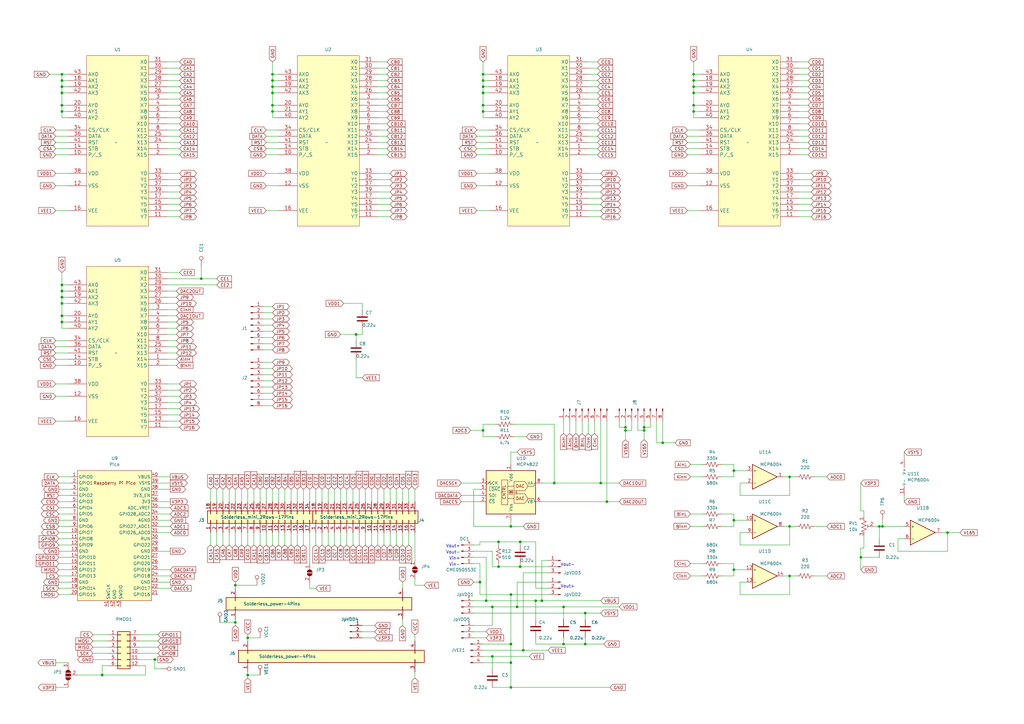
<source format=kicad_sch>
(kicad_sch (version 20230121) (generator eeschema)
  (paper "A3")
  (junction (at 63.5 270.51))
  (junction (at 25.4 119.38))
  (junction (at 82.55 114.3))
  (junction (at 213.36 222.25))
  (junction (at 198.12 33.02))
  (junction (at 101.6 276.86))
  (junction (at 284.48 45.72))
  (junction (at 111.76 33.02))
  (junction (at 231.14 248.92))
  (junction (at 284.48 38.1))
  (junction (at 111.76 43.18))
  (junction (at 264.16 176.53))
  (junction (at 25.4 30.48))
  (junction (at 361.95 215.9))
  (junction (at 198.12 176.53))
  (junction (at 25.4 116.84))
  (junction (at 323.85 215.9))
  (junction (at 284.48 33.02))
  (junction (at 256.54 176.53))
  (junction (at 256.54 175.26))
  (junction (at 199.39 246.38))
  (junction (at 212.09 248.92))
  (junction (at 248.92 205.74))
  (junction (at 323.85 236.22))
  (junction (at 227.33 198.12))
  (junction (at 300.99 213.36))
  (junction (at 201.93 269.24))
  (junction (at 25.4 38.1))
  (junction (at 209.55 281.94))
  (junction (at 323.85 195.58))
  (junction (at 284.48 30.48))
  (junction (at 25.4 43.18))
  (junction (at 284.48 43.18))
  (junction (at 240.03 251.46))
  (junction (at 284.48 35.56))
  (junction (at 204.47 222.25))
  (junction (at 198.12 43.18))
  (junction (at 111.76 30.48))
  (junction (at 25.4 132.08))
  (junction (at 209.55 271.78))
  (junction (at 353.06 228.6))
  (junction (at 300.99 193.04))
  (junction (at 246.38 198.12))
  (junction (at 360.68 215.9))
  (junction (at 111.76 45.72))
  (junction (at 209.55 215.9))
  (junction (at 41.91 276.86))
  (junction (at 196.85 238.76))
  (junction (at 198.12 38.1))
  (junction (at 146.05 137.16))
  (junction (at 219.71 246.38))
  (junction (at 25.4 124.46))
  (junction (at 201.93 248.92))
  (junction (at 214.63 266.7))
  (junction (at 96.52 240.03))
  (junction (at 240.03 264.16))
  (junction (at 213.36 232.41))
  (junction (at 209.55 264.16))
  (junction (at 388.62 218.44))
  (junction (at 25.4 45.72))
  (junction (at 101.6 261.62))
  (junction (at 111.76 38.1))
  (junction (at 25.4 35.56))
  (junction (at 25.4 129.54))
  (junction (at 300.99 233.68))
  (junction (at 204.47 232.41))
  (junction (at 271.78 181.61))
  (junction (at 25.4 33.02))
  (junction (at 231.14 264.16))
  (junction (at 264.16 175.26))
  (junction (at 222.25 246.38))
  (junction (at 198.12 35.56))
  (junction (at 25.4 121.92))
  (junction (at 96.52 255.27))
  (junction (at 111.76 35.56))
  (junction (at 198.12 30.48))
  (junction (at 198.12 45.72))
  (junction (at 209.55 243.84))
  (wire (pts (xy 300.99 231.14) (xy 300.99 233.68)))
  (wire (pts (xy 68.58 139.7) (xy 72.39 139.7)))
  (wire (pts (xy 152.4 200.66) (xy 152.4 205.74)))
  (wire (pts (xy 148.59 261.62) (xy 153.67 261.62)))
  (wire (pts (xy 66.04 274.32) (xy 63.5 274.32)))
  (wire (pts (xy 68.58 160.02) (xy 73.66 160.02)))
  (wire (pts (xy 68.58 116.84) (xy 88.9 116.84)))
  (wire (pts (xy 269.24 181.61) (xy 271.78 181.61)))
  (wire (pts (xy 22.86 71.12) (xy 27.94 71.12)))
  (wire (pts (xy 107.95 135.89) (xy 111.76 135.89)))
  (wire (pts (xy 25.4 45.72) (xy 25.4 48.26)))
  (wire (pts (xy 353.06 224.79) (xy 353.06 228.6)))
  (wire (pts (xy 101.6 261.62) (xy 101.6 262.89)))
  (wire (pts (xy 111.76 45.72) (xy 114.3 45.72)))
  (wire (pts (xy 236.22 177.8) (xy 236.22 172.72)))
  (wire (pts (xy 68.58 175.26) (xy 73.66 175.26)))
  (wire (pts (xy 241.3 73.66) (xy 246.38 73.66)))
  (wire (pts (xy 68.58 121.92) (xy 72.39 121.92)))
  (wire (pts (xy 24.13 215.9) (xy 29.21 215.9)))
  (wire (pts (xy 209.55 281.94) (xy 250.19 281.94)))
  (wire (pts (xy 68.58 134.62) (xy 72.39 134.62)))
  (wire (pts (xy 231.14 264.16) (xy 240.03 264.16)))
  (wire (pts (xy 64.77 208.28) (xy 69.85 208.28)))
  (wire (pts (xy 25.4 43.18) (xy 27.94 43.18)))
  (wire (pts (xy 241.3 40.64) (xy 245.11 40.64)))
  (wire (pts (xy 284.48 48.26) (xy 287.02 48.26)))
  (wire (pts (xy 213.36 232.41) (xy 224.79 232.41)))
  (wire (pts (xy 300.99 210.82) (xy 300.99 213.36)))
  (wire (pts (xy 327.66 58.42) (xy 331.47 58.42)))
  (wire (pts (xy 93.98 200.66) (xy 93.98 205.74)))
  (wire (pts (xy 68.58 35.56) (xy 73.66 35.56)))
  (wire (pts (xy 25.4 124.46) (xy 27.94 124.46)))
  (wire (pts (xy 160.02 218.44) (xy 160.02 223.52)))
  (wire (pts (xy 241.3 63.5) (xy 245.11 63.5)))
  (wire (pts (xy 281.94 71.12) (xy 287.02 71.12)))
  (wire (pts (xy 101.6 261.62) (xy 106.68 261.62)))
  (wire (pts (xy 144.78 218.44) (xy 144.78 223.52)))
  (wire (pts (xy 194.31 223.52) (xy 196.85 223.52)))
  (wire (pts (xy 170.18 260.35) (xy 170.18 262.89)))
  (wire (pts (xy 303.53 238.76) (xy 306.07 238.76)))
  (wire (pts (xy 139.7 218.44) (xy 139.7 223.52)))
  (wire (pts (xy 111.76 43.18) (xy 114.3 43.18)))
  (wire (pts (xy 111.76 38.1) (xy 111.76 43.18)))
  (wire (pts (xy 241.3 71.12) (xy 246.38 71.12)))
  (wire (pts (xy 101.6 260.35) (xy 101.6 261.62)))
  (wire (pts (xy 68.58 137.16) (xy 72.39 137.16)))
  (wire (pts (xy 246.38 172.72) (xy 246.38 198.12)))
  (wire (pts (xy 303.53 218.44) (xy 306.07 218.44)))
  (wire (pts (xy 327.66 50.8) (xy 331.47 50.8)))
  (wire (pts (xy 241.3 177.8) (xy 241.3 172.72)))
  (wire (pts (xy 154.94 30.48) (xy 158.75 30.48)))
  (wire (pts (xy 195.58 55.88) (xy 200.66 55.88)))
  (wire (pts (xy 198.12 35.56) (xy 198.12 38.1)))
  (wire (pts (xy 284.48 43.18) (xy 287.02 43.18)))
  (wire (pts (xy 154.94 25.4) (xy 158.75 25.4)))
  (wire (pts (xy 284.48 38.1) (xy 287.02 38.1)))
  (wire (pts (xy 323.85 215.9) (xy 326.39 215.9)))
  (wire (pts (xy 25.4 132.08) (xy 25.4 134.62)))
  (wire (pts (xy 323.85 195.58) (xy 326.39 195.58)))
  (wire (pts (xy 201.93 281.94) (xy 209.55 281.94)))
  (wire (pts (xy 327.66 33.02) (xy 331.47 33.02)))
  (wire (pts (xy 109.22 86.36) (xy 114.3 86.36)))
  (wire (pts (xy 240.03 251.46) (xy 246.38 251.46)))
  (wire (pts (xy 121.92 200.66) (xy 121.92 205.74)))
  (wire (pts (xy 24.13 195.58) (xy 29.21 195.58)))
  (wire (pts (xy 68.58 83.82) (xy 73.66 83.82)))
  (wire (pts (xy 204.47 232.41) (xy 213.36 232.41)))
  (wire (pts (xy 68.58 144.78) (xy 72.39 144.78)))
  (wire (pts (xy 283.21 215.9) (xy 288.29 215.9)))
  (wire (pts (xy 167.64 200.66) (xy 167.64 205.74)))
  (wire (pts (xy 241.3 60.96) (xy 245.11 60.96)))
  (wire (pts (xy 327.66 86.36) (xy 332.74 86.36)))
  (wire (pts (xy 295.91 190.5) (xy 300.99 190.5)))
  (wire (pts (xy 360.68 215.9) (xy 360.68 220.98)))
  (wire (pts (xy 142.24 218.44) (xy 142.24 223.52)))
  (wire (pts (xy 114.3 30.48) (xy 111.76 30.48)))
  (wire (pts (xy 370.84 203.2) (xy 370.84 205.74)))
  (wire (pts (xy 22.86 63.5) (xy 27.94 63.5)))
  (wire (pts (xy 24.13 243.84) (xy 29.21 243.84)))
  (wire (pts (xy 209.55 264.16) (xy 209.55 271.78)))
  (wire (pts (xy 198.12 269.24) (xy 201.93 269.24)))
  (wire (pts (xy 327.66 71.12) (xy 332.74 71.12)))
  (wire (pts (xy 154.94 78.74) (xy 160.02 78.74)))
  (wire (pts (xy 68.58 27.94) (xy 73.66 27.94)))
  (wire (pts (xy 68.58 30.48) (xy 73.66 30.48)))
  (wire (pts (xy 157.48 218.44) (xy 157.48 223.52)))
  (wire (pts (xy 194.31 215.9) (xy 209.55 215.9)))
  (wire (pts (xy 107.95 156.21) (xy 111.76 156.21)))
  (wire (pts (xy 68.58 162.56) (xy 73.66 162.56)))
  (wire (pts (xy 107.95 133.35) (xy 111.76 133.35)))
  (wire (pts (xy 25.4 129.54) (xy 25.4 132.08)))
  (wire (pts (xy 154.94 218.44) (xy 154.94 223.52)))
  (wire (pts (xy 353.06 228.6) (xy 360.68 228.6)))
  (wire (pts (xy 284.48 35.56) (xy 284.48 38.1)))
  (wire (pts (xy 264.16 176.53) (xy 264.16 175.26)))
  (wire (pts (xy 68.58 132.08) (xy 72.39 132.08)))
  (wire (pts (xy 146.05 137.16) (xy 146.05 139.7)))
  (wire (pts (xy 132.08 218.44) (xy 132.08 223.52)))
  (wire (pts (xy 96.52 254) (xy 96.52 255.27)))
  (wire (pts (xy 25.4 111.76) (xy 25.4 116.84)))
  (wire (pts (xy 22.86 144.78) (xy 27.94 144.78)))
  (wire (pts (xy 195.58 58.42) (xy 200.66 58.42)))
  (wire (pts (xy 116.84 218.44) (xy 116.84 223.52)))
  (wire (pts (xy 111.76 33.02) (xy 114.3 33.02)))
  (wire (pts (xy 24.13 228.6) (xy 29.21 228.6)))
  (wire (pts (xy 204.47 222.25) (xy 204.47 223.52)))
  (wire (pts (xy 22.86 271.78) (xy 27.94 271.78)))
  (wire (pts (xy 264.16 175.26) (xy 266.7 175.26)))
  (wire (pts (xy 194.31 248.92) (xy 201.93 248.92)))
  (wire (pts (xy 241.3 38.1) (xy 245.11 38.1)))
  (wire (pts (xy 204.47 231.14) (xy 204.47 232.41)))
  (wire (pts (xy 295.91 236.22) (xy 300.99 236.22)))
  (wire (pts (xy 64.77 241.3) (xy 69.85 241.3)))
  (wire (pts (xy 165.1 218.44) (xy 165.1 223.52)))
  (wire (pts (xy 173.99 240.03) (xy 170.18 240.03)))
  (wire (pts (xy 111.76 30.48) (xy 111.76 33.02)))
  (wire (pts (xy 196.85 200.66) (xy 194.31 200.66)))
  (wire (pts (xy 327.66 35.56) (xy 331.47 35.56)))
  (wire (pts (xy 281.94 55.88) (xy 287.02 55.88)))
  (wire (pts (xy 241.3 53.34) (xy 245.11 53.34)))
  (wire (pts (xy 386.08 218.44) (xy 388.62 218.44)))
  (wire (pts (xy 68.58 149.86) (xy 72.39 149.86)))
  (wire (pts (xy 111.76 33.02) (xy 111.76 35.56)))
  (wire (pts (xy 24.13 238.76) (xy 29.21 238.76)))
  (wire (pts (xy 327.66 48.26) (xy 331.47 48.26)))
  (wire (pts (xy 361.95 213.36) (xy 361.95 215.9)))
  (wire (pts (xy 25.4 134.62) (xy 27.94 134.62)))
  (wire (pts (xy 327.66 53.34) (xy 331.47 53.34)))
  (wire (pts (xy 68.58 73.66) (xy 73.66 73.66)))
  (wire (pts (xy 154.94 88.9) (xy 160.02 88.9)))
  (wire (pts (xy 25.4 35.56) (xy 25.4 38.1)))
  (wire (pts (xy 303.53 203.2) (xy 323.85 203.2)))
  (wire (pts (xy 256.54 175.26) (xy 256.54 172.72)))
  (wire (pts (xy 154.94 86.36) (xy 160.02 86.36)))
  (wire (pts (xy 284.48 35.56) (xy 287.02 35.56)))
  (wire (pts (xy 111.76 200.66) (xy 111.76 205.74)))
  (wire (pts (xy 38.1 267.97) (xy 44.45 267.97)))
  (wire (pts (xy 101.6 276.86) (xy 106.68 276.86)))
  (wire (pts (xy 287.02 30.48) (xy 284.48 30.48)))
  (wire (pts (xy 57.15 270.51) (xy 63.5 270.51)))
  (wire (pts (xy 25.4 119.38) (xy 27.94 119.38)))
  (wire (pts (xy 64.77 198.12) (xy 69.85 198.12)))
  (wire (pts (xy 334.01 215.9) (xy 339.09 215.9)))
  (wire (pts (xy 111.76 43.18) (xy 111.76 45.72)))
  (wire (pts (xy 104.14 200.66) (xy 104.14 205.74)))
  (wire (pts (xy 137.16 218.44) (xy 137.16 223.52)))
  (wire (pts (xy 327.66 55.88) (xy 331.47 55.88)))
  (wire (pts (xy 96.52 238.76) (xy 96.52 240.03)))
  (wire (pts (xy 327.66 83.82) (xy 332.74 83.82)))
  (wire (pts (xy 154.94 60.96) (xy 158.75 60.96)))
  (wire (pts (xy 68.58 81.28) (xy 73.66 81.28)))
  (wire (pts (xy 109.22 63.5) (xy 114.3 63.5)))
  (wire (pts (xy 68.58 111.76) (xy 73.66 111.76)))
  (wire (pts (xy 25.4 121.92) (xy 27.94 121.92)))
  (wire (pts (xy 241.3 33.02) (xy 245.11 33.02)))
  (wire (pts (xy 101.6 218.44) (xy 101.6 223.52)))
  (wire (pts (xy 189.23 205.74) (xy 196.85 205.74)))
  (wire (pts (xy 96.52 240.03) (xy 96.52 241.3)))
  (wire (pts (xy 259.08 172.72) (xy 259.08 176.53)))
  (wire (pts (xy 24.13 220.98) (xy 29.21 220.98)))
  (wire (pts (xy 241.3 50.8) (xy 245.11 50.8)))
  (wire (pts (xy 25.4 121.92) (xy 25.4 124.46)))
  (wire (pts (xy 99.06 218.44) (xy 99.06 223.52)))
  (wire (pts (xy 198.12 43.18) (xy 198.12 45.72)))
  (wire (pts (xy 24.13 208.28) (xy 29.21 208.28)))
  (wire (pts (xy 154.94 71.12) (xy 160.02 71.12)))
  (wire (pts (xy 24.13 210.82) (xy 29.21 210.82)))
  (wire (pts (xy 101.6 276.86) (xy 101.6 278.13)))
  (wire (pts (xy 199.39 228.6) (xy 199.39 246.38)))
  (wire (pts (xy 189.23 203.2) (xy 196.85 203.2)))
  (wire (pts (xy 116.84 200.66) (xy 116.84 205.74)))
  (wire (pts (xy 119.38 200.66) (xy 119.38 205.74)))
  (wire (pts (xy 64.77 205.74) (xy 69.85 205.74)))
  (wire (pts (xy 68.58 147.32) (xy 72.39 147.32)))
  (wire (pts (xy 201.93 256.54) (xy 201.93 248.92)))
  (wire (pts (xy 154.94 33.02) (xy 158.75 33.02)))
  (wire (pts (xy 111.76 35.56) (xy 114.3 35.56)))
  (wire (pts (xy 140.97 124.46) (xy 148.59 124.46)))
  (wire (pts (xy 306.07 198.12) (xy 303.53 198.12)))
  (wire (pts (xy 212.09 238.76) (xy 212.09 248.92)))
  (wire (pts (xy 111.76 38.1) (xy 114.3 38.1)))
  (wire (pts (xy 22.86 58.42) (xy 27.94 58.42)))
  (wire (pts (xy 201.93 269.24) (xy 217.17 269.24)))
  (wire (pts (xy 241.3 35.56) (xy 245.11 35.56)))
  (wire (pts (xy 201.93 269.24) (xy 201.93 274.32)))
  (wire (pts (xy 198.12 266.7) (xy 214.63 266.7)))
  (wire (pts (xy 68.58 63.5) (xy 73.66 63.5)))
  (wire (pts (xy 240.03 261.62) (xy 240.03 264.16)))
  (wire (pts (xy 154.94 45.72) (xy 158.75 45.72)))
  (wire (pts (xy 233.68 177.8) (xy 233.68 172.72)))
  (wire (pts (xy 68.58 172.72) (xy 73.66 172.72)))
  (wire (pts (xy 68.58 165.1) (xy 73.66 165.1)))
  (wire (pts (xy 109.22 200.66) (xy 109.22 205.74)))
  (wire (pts (xy 241.3 55.88) (xy 245.11 55.88)))
  (wire (pts (xy 368.3 226.06) (xy 388.62 226.06)))
  (wire (pts (xy 149.86 218.44) (xy 149.86 223.52)))
  (wire (pts (xy 27.94 116.84) (xy 25.4 116.84)))
  (wire (pts (xy 157.48 200.66) (xy 157.48 205.74)))
  (wire (pts (xy 241.3 25.4) (xy 245.11 25.4)))
  (wire (pts (xy 210.82 173.99) (xy 227.33 173.99)))
  (wire (pts (xy 254 172.72) (xy 254 175.26)))
  (wire (pts (xy 281.94 86.36) (xy 287.02 86.36)))
  (wire (pts (xy 82.55 109.22) (xy 82.55 114.3)))
  (wire (pts (xy 57.15 267.97) (xy 64.77 267.97)))
  (wire (pts (xy 68.58 43.18) (xy 73.66 43.18)))
  (wire (pts (xy 195.58 86.36) (xy 200.66 86.36)))
  (wire (pts (xy 68.58 76.2) (xy 73.66 76.2)))
  (wire (pts (xy 154.94 48.26) (xy 158.75 48.26)))
  (wire (pts (xy 360.68 215.9) (xy 361.95 215.9)))
  (wire (pts (xy 370.84 220.98) (xy 368.3 220.98)))
  (wire (pts (xy 241.3 27.94) (xy 245.11 27.94)))
  (wire (pts (xy 224.79 229.87) (xy 222.25 229.87)))
  (wire (pts (xy 68.58 86.36) (xy 73.66 86.36)))
  (wire (pts (xy 127 218.44) (xy 127 231.14)))
  (wire (pts (xy 165.1 238.76) (xy 165.1 241.3)))
  (wire (pts (xy 361.95 215.9) (xy 370.84 215.9)))
  (wire (pts (xy 69.85 238.76) (xy 64.77 238.76)))
  (wire (pts (xy 327.66 81.28) (xy 332.74 81.28)))
  (wire (pts (xy 283.21 210.82) (xy 288.29 210.82)))
  (wire (pts (xy 68.58 53.34) (xy 73.66 53.34)))
  (wire (pts (xy 327.66 38.1) (xy 331.47 38.1)))
  (wire (pts (xy 321.31 195.58) (xy 323.85 195.58)))
  (wire (pts (xy 154.94 50.8) (xy 158.75 50.8)))
  (wire (pts (xy 195.58 76.2) (xy 200.66 76.2)))
  (wire (pts (xy 283.21 190.5) (xy 288.29 190.5)))
  (wire (pts (xy 114.3 200.66) (xy 114.3 205.74)))
  (wire (pts (xy 209.55 243.84) (xy 224.79 243.84)))
  (wire (pts (xy 201.93 248.92) (xy 212.09 248.92)))
  (wire (pts (xy 57.15 265.43) (xy 64.77 265.43)))
  (wire (pts (xy 327.66 60.96) (xy 331.47 60.96)))
  (wire (pts (xy 129.54 218.44) (xy 129.54 223.52)))
  (wire (pts (xy 300.99 190.5) (xy 300.99 193.04)))
  (wire (pts (xy 231.14 248.92) (xy 254 248.92)))
  (wire (pts (xy 321.31 215.9) (xy 323.85 215.9)))
  (wire (pts (xy 114.3 218.44) (xy 114.3 223.52)))
  (wire (pts (xy 24.13 213.36) (xy 29.21 213.36)))
  (wire (pts (xy 22.86 142.24) (xy 27.94 142.24)))
  (wire (pts (xy 25.4 45.72) (xy 27.94 45.72)))
  (wire (pts (xy 219.71 264.16) (xy 231.14 264.16)))
  (wire (pts (xy 148.59 154.94) (xy 146.05 154.94)))
  (wire (pts (xy 111.76 35.56) (xy 111.76 38.1)))
  (wire (pts (xy 256.54 176.53) (xy 256.54 175.26)))
  (wire (pts (xy 63.5 270.51) (xy 64.77 270.51)))
  (wire (pts (xy 68.58 78.74) (xy 73.66 78.74)))
  (wire (pts (xy 160.02 200.66) (xy 160.02 205.74)))
  (wire (pts (xy 25.4 132.08) (xy 27.94 132.08)))
  (wire (pts (xy 353.06 209.55) (xy 353.06 198.12)))
  (wire (pts (xy 199.39 246.38) (xy 219.71 246.38)))
  (wire (pts (xy 22.86 55.88) (xy 27.94 55.88)))
  (wire (pts (xy 321.31 236.22) (xy 323.85 236.22)))
  (wire (pts (xy 68.58 38.1) (xy 73.66 38.1)))
  (wire (pts (xy 198.12 48.26) (xy 200.66 48.26)))
  (wire (pts (xy 24.13 231.14) (xy 29.21 231.14)))
  (wire (pts (xy 284.48 33.02) (xy 287.02 33.02)))
  (wire (pts (xy 295.91 195.58) (xy 300.99 195.58)))
  (wire (pts (xy 198.12 45.72) (xy 200.66 45.72)))
  (wire (pts (xy 241.3 88.9) (xy 246.38 88.9)))
  (wire (pts (xy 68.58 45.72) (xy 73.66 45.72)))
  (wire (pts (xy 129.54 241.3) (xy 127 241.3)))
  (wire (pts (xy 323.85 215.9) (xy 323.85 223.52)))
  (wire (pts (xy 261.62 176.53) (xy 264.16 176.53)))
  (wire (pts (xy 219.71 241.3) (xy 224.79 241.3)))
  (wire (pts (xy 107.95 125.73) (xy 111.76 125.73)))
  (wire (pts (xy 198.12 25.4) (xy 198.12 30.48)))
  (wire (pts (xy 68.58 88.9) (xy 73.66 88.9)))
  (wire (pts (xy 68.58 127) (xy 72.39 127)))
  (wire (pts (xy 170.18 200.66) (xy 170.18 205.74)))
  (wire (pts (xy 370.84 185.42) (xy 370.84 187.96)))
  (wire (pts (xy 224.79 238.76) (xy 212.09 238.76)))
  (wire (pts (xy 165.1 254) (xy 165.1 256.54)))
  (wire (pts (xy 109.22 58.42) (xy 114.3 58.42)))
  (wire (pts (xy 107.95 138.43) (xy 111.76 138.43)))
  (wire (pts (xy 240.03 264.16) (xy 247.65 264.16)))
  (wire (pts (xy 327.66 73.66) (xy 332.74 73.66)))
  (wire (pts (xy 25.4 43.18) (xy 25.4 45.72)))
  (wire (pts (xy 101.6 200.66) (xy 101.6 205.74)))
  (wire (pts (xy 243.84 177.8) (xy 243.84 172.72)))
  (wire (pts (xy 90.17 255.27) (xy 96.52 255.27)))
  (wire (pts (xy 57.15 260.35) (xy 64.77 260.35)))
  (wire (pts (xy 303.53 238.76) (xy 303.53 243.84)))
  (wire (pts (xy 222.25 246.38) (xy 246.38 246.38)))
  (wire (pts (xy 22.86 147.32) (xy 27.94 147.32)))
  (wire (pts (xy 213.36 231.14) (xy 213.36 232.41)))
  (wire (pts (xy 22.86 60.96) (xy 27.94 60.96)))
  (wire (pts (xy 127 200.66) (xy 127 205.74)))
  (wire (pts (xy 284.48 33.02) (xy 284.48 35.56)))
  (wire (pts (xy 22.86 139.7) (xy 27.94 139.7)))
  (wire (pts (xy 109.22 76.2) (xy 114.3 76.2)))
  (wire (pts (xy 68.58 124.46) (xy 72.39 124.46)))
  (wire (pts (xy 111.76 25.4) (xy 111.76 30.48)))
  (wire (pts (xy 219.71 246.38) (xy 219.71 254)))
  (wire (pts (xy 354.33 219.71) (xy 354.33 224.79)))
  (wire (pts (xy 198.12 45.72) (xy 198.12 48.26)))
  (wire (pts (xy 107.95 158.75) (xy 111.76 158.75)))
  (wire (pts (xy 154.94 58.42) (xy 158.75 58.42)))
  (wire (pts (xy 107.95 151.13) (xy 111.76 151.13)))
  (wire (pts (xy 281.94 63.5) (xy 287.02 63.5)))
  (wire (pts (xy 137.16 200.66) (xy 137.16 205.74)))
  (wire (pts (xy 195.58 60.96) (xy 200.66 60.96)))
  (wire (pts (xy 198.12 33.02) (xy 200.66 33.02)))
  (wire (pts (xy 334.01 195.58) (xy 339.09 195.58)))
  (wire (pts (xy 196.85 243.84) (xy 209.55 243.84)))
  (wire (pts (xy 68.58 114.3) (xy 82.55 114.3)))
  (wire (pts (xy 69.85 213.36) (xy 64.77 213.36)))
  (wire (pts (xy 196.85 238.76) (xy 196.85 243.84)))
  (wire (pts (xy 214.63 234.95) (xy 214.63 266.7)))
  (wire (pts (xy 25.4 33.02) (xy 27.94 33.02)))
  (wire (pts (xy 209.55 213.36) (xy 209.55 215.9)))
  (wire (pts (xy 88.9 200.66) (xy 88.9 205.74)))
  (wire (pts (xy 271.78 181.61) (xy 276.86 181.61)))
  (wire (pts (xy 86.36 218.44) (xy 86.36 223.52)))
  (wire (pts (xy 147.32 218.44) (xy 147.32 223.52)))
  (wire (pts (xy 149.86 200.66) (xy 149.86 205.74)))
  (wire (pts (xy 68.58 71.12) (xy 73.66 71.12)))
  (wire (pts (xy 68.58 119.38) (xy 72.39 119.38)))
  (wire (pts (xy 284.48 43.18) (xy 284.48 45.72)))
  (wire (pts (xy 194.31 251.46) (xy 240.03 251.46)))
  (wire (pts (xy 20.32 30.48) (xy 25.4 30.48)))
  (wire (pts (xy 24.13 198.12) (xy 29.21 198.12)))
  (wire (pts (xy 300.99 233.68) (xy 306.07 233.68)))
  (wire (pts (xy 248.92 205.74) (xy 254 205.74)))
  (wire (pts (xy 323.85 195.58) (xy 323.85 203.2)))
  (wire (pts (xy 162.56 218.44) (xy 162.56 223.52)))
  (wire (pts (xy 300.99 193.04) (xy 306.07 193.04)))
  (wire (pts (xy 162.56 200.66) (xy 162.56 205.74)))
  (wire (pts (xy 283.21 236.22) (xy 288.29 236.22)))
  (wire (pts (xy 194.31 246.38) (xy 199.39 246.38)))
  (wire (pts (xy 22.86 172.72) (xy 27.94 172.72)))
  (wire (pts (xy 121.92 218.44) (xy 121.92 223.52)))
  (wire (pts (xy 106.68 200.66) (xy 106.68 205.74)))
  (wire (pts (xy 148.59 259.08) (xy 153.67 259.08)))
  (wire (pts (xy 22.86 86.36) (xy 27.94 86.36)))
  (wire (pts (xy 198.12 35.56) (xy 200.66 35.56)))
  (wire (pts (xy 68.58 170.18) (xy 73.66 170.18)))
  (wire (pts (xy 295.91 215.9) (xy 300.99 215.9)))
  (wire (pts (xy 154.94 43.18) (xy 158.75 43.18)))
  (wire (pts (xy 106.68 218.44) (xy 106.68 223.52)))
  (wire (pts (xy 227.33 173.99) (xy 227.33 198.12)))
  (wire (pts (xy 231.14 261.62) (xy 231.14 264.16)))
  (wire (pts (xy 154.94 27.94) (xy 158.75 27.94)))
  (wire (pts (xy 68.58 25.4) (xy 73.66 25.4)))
  (wire (pts (xy 124.46 200.66) (xy 124.46 205.74)))
  (wire (pts (xy 91.44 218.44) (xy 91.44 223.52)))
  (wire (pts (xy 86.36 200.66) (xy 86.36 205.74)))
  (wire (pts (xy 196.85 231.14) (xy 196.85 238.76)))
  (wire (pts (xy 300.99 193.04) (xy 300.99 195.58)))
  (wire (pts (xy 213.36 222.25) (xy 219.71 222.25)))
  (wire (pts (xy 24.13 218.44) (xy 29.21 218.44)))
  (wire (pts (xy 327.66 43.18) (xy 331.47 43.18)))
  (wire (pts (xy 209.55 243.84) (xy 209.55 264.16)))
  (wire (pts (xy 170.18 275.59) (xy 170.18 278.13)))
  (wire (pts (xy 194.31 238.76) (xy 196.85 238.76)))
  (wire (pts (xy 281.94 53.34) (xy 287.02 53.34)))
  (wire (pts (xy 25.4 38.1) (xy 27.94 38.1)))
  (wire (pts (xy 222.25 198.12) (xy 227.33 198.12)))
  (wire (pts (xy 68.58 129.54) (xy 72.39 129.54)))
  (wire (pts (xy 22.86 53.34) (xy 27.94 53.34)))
  (wire (pts (xy 209.55 185.42) (xy 209.55 190.5)))
  (wire (pts (xy 196.85 223.52) (xy 196.85 222.25)))
  (wire (pts (xy 214.63 266.7) (xy 224.79 266.7)))
  (wire (pts (xy 198.12 264.16) (xy 209.55 264.16)))
  (wire (pts (xy 215.9 179.07) (xy 210.82 179.07)))
  (wire (pts (xy 266.7 172.72) (xy 266.7 175.26)))
  (wire (pts (xy 194.31 259.08) (xy 199.39 259.08)))
  (wire (pts (xy 146.05 137.16) (xy 148.59 137.16)))
  (wire (pts (xy 41.91 273.05) (xy 41.91 276.86)))
  (wire (pts (xy 152.4 218.44) (xy 152.4 223.52)))
  (wire (pts (xy 334.01 236.22) (xy 339.09 236.22)))
  (wire (pts (xy 154.94 38.1) (xy 158.75 38.1)))
  (wire (pts (xy 170.18 237.49) (xy 170.18 240.03)))
  (wire (pts (xy 165.1 200.66) (xy 165.1 205.74)))
  (wire (pts (xy 241.3 30.48) (xy 245.11 30.48)))
  (wire (pts (xy 64.77 210.82) (xy 69.85 210.82)))
  (wire (pts (xy 127 238.76) (xy 127 241.3)))
  (wire (pts (xy 248.92 172.72) (xy 248.92 205.74)))
  (wire (pts (xy 222.25 205.74) (xy 248.92 205.74)))
  (wire (pts (xy 64.77 236.22) (xy 69.85 236.22)))
  (wire (pts (xy 107.95 163.83) (xy 111.76 163.83)))
  (wire (pts (xy 256.54 176.53) (xy 259.08 176.53)))
  (wire (pts (xy 219.71 222.25) (xy 219.71 241.3)))
  (wire (pts (xy 134.62 218.44) (xy 134.62 223.52)))
  (wire (pts (xy 109.22 71.12) (xy 114.3 71.12)))
  (wire (pts (xy 101.6 275.59) (xy 101.6 276.86)))
  (wire (pts (xy 107.95 148.59) (xy 111.76 148.59)))
  (wire (pts (xy 219.71 246.38) (xy 222.25 246.38)))
  (wire (pts (xy 154.94 53.34) (xy 158.75 53.34)))
  (wire (pts (xy 303.53 243.84) (xy 323.85 243.84)))
  (wire (pts (xy 107.95 130.81) (xy 111.76 130.81)))
  (wire (pts (xy 281.94 58.42) (xy 287.02 58.42)))
  (wire (pts (xy 82.55 114.3) (xy 88.9 114.3)))
  (wire (pts (xy 254 175.26) (xy 256.54 175.26)))
  (wire (pts (xy 99.06 200.66) (xy 99.06 205.74)))
  (wire (pts (xy 241.3 45.72) (xy 245.11 45.72)))
  (wire (pts (xy 148.59 134.62) (xy 148.59 137.16)))
  (wire (pts (xy 241.3 83.82) (xy 246.38 83.82)))
  (wire (pts (xy 25.4 30.48) (xy 25.4 33.02)))
  (wire (pts (xy 119.38 218.44) (xy 119.38 223.52)))
  (wire (pts (xy 264.16 180.34) (xy 264.16 176.53)))
  (wire (pts (xy 241.3 81.28) (xy 246.38 81.28)))
  (wire (pts (xy 281.94 76.2) (xy 287.02 76.2)))
  (wire (pts (xy 154.94 40.64) (xy 158.75 40.64)))
  (wire (pts (xy 57.15 262.89) (xy 64.77 262.89)))
  (wire (pts (xy 198.12 43.18) (xy 200.66 43.18)))
  (wire (pts (xy 25.4 35.56) (xy 27.94 35.56)))
  (wire (pts (xy 194.31 231.14) (xy 196.85 231.14)))
  (wire (pts (xy 64.77 195.58) (xy 69.85 195.58)))
  (wire (pts (xy 200.66 30.48) (xy 198.12 30.48)))
  (wire (pts (xy 27.94 30.48) (xy 25.4 30.48)))
  (wire (pts (xy 241.3 86.36) (xy 246.38 86.36)))
  (wire (pts (xy 44.45 273.05) (xy 41.91 273.05)))
  (wire (pts (xy 24.13 233.68) (xy 29.21 233.68)))
  (wire (pts (xy 68.58 55.88) (xy 73.66 55.88)))
  (wire (pts (xy 59.69 273.05) (xy 57.15 273.05)))
  (wire (pts (xy 354.33 209.55) (xy 353.06 209.55)))
  (wire (pts (xy 303.53 218.44) (xy 303.53 223.52)))
  (wire (pts (xy 38.1 270.51) (xy 44.45 270.51)))
  (wire (pts (xy 111.76 48.26) (xy 114.3 48.26)))
  (wire (pts (xy 283.21 231.14) (xy 288.29 231.14)))
  (wire (pts (xy 198.12 38.1) (xy 198.12 43.18)))
  (wire (pts (xy 261.62 172.72) (xy 261.62 176.53)))
  (wire (pts (xy 24.13 205.74) (xy 29.21 205.74)))
  (wire (pts (xy 24.13 223.52) (xy 29.21 223.52)))
  (wire (pts (xy 142.24 200.66) (xy 142.24 205.74)))
  (wire (pts (xy 198.12 30.48) (xy 198.12 33.02)))
  (wire (pts (xy 24.13 241.3) (xy 29.21 241.3)))
  (wire (pts (xy 284.48 38.1) (xy 284.48 43.18)))
  (wire (pts (xy 170.18 218.44) (xy 170.18 229.87)))
  (wire (pts (xy 240.03 251.46) (xy 240.03 254)))
  (wire (pts (xy 154.94 73.66) (xy 160.02 73.66)))
  (wire (pts (xy 96.52 255.27) (xy 96.52 256.54)))
  (wire (pts (xy 146.05 154.94) (xy 146.05 147.32)))
  (wire (pts (xy 64.77 218.44) (xy 69.85 218.44)))
  (wire (pts (xy 189.23 198.12) (xy 196.85 198.12)))
  (wire (pts (xy 25.4 129.54) (xy 27.94 129.54)))
  (wire (pts (xy 284.48 30.48) (xy 284.48 33.02)))
  (wire (pts (xy 231.14 177.8) (xy 231.14 172.72)))
  (wire (pts (xy 193.04 176.53) (xy 198.12 176.53)))
  (wire (pts (xy 24.13 200.66) (xy 29.21 200.66)))
  (wire (pts (xy 63.5 274.32) (xy 63.5 270.51)))
  (wire (pts (xy 24.13 236.22) (xy 29.21 236.22)))
  (wire (pts (xy 303.53 198.12) (xy 303.53 203.2)))
  (wire (pts (xy 227.33 198.12) (xy 246.38 198.12)))
  (wire (pts (xy 358.14 215.9) (xy 360.68 215.9)))
  (wire (pts (xy 107.95 166.37) (xy 111.76 166.37)))
  (wire (pts (xy 256.54 180.34) (xy 256.54 176.53)))
  (wire (pts (xy 269.24 172.72) (xy 269.24 181.61)))
  (wire (pts (xy 69.85 200.66) (xy 64.77 200.66)))
  (wire (pts (xy 132.08 200.66) (xy 132.08 205.74)))
  (wire (pts (xy 68.58 142.24) (xy 72.39 142.24)))
  (wire (pts (xy 300.99 213.36) (xy 300.99 215.9)))
  (wire (pts (xy 212.09 185.42) (xy 209.55 185.42)))
  (wire (pts (xy 167.64 218.44) (xy 167.64 223.52)))
  (wire (pts (xy 194.31 228.6) (xy 199.39 228.6)))
  (wire (pts (xy 91.44 200.66) (xy 91.44 205.74)))
  (wire (pts (xy 104.14 218.44) (xy 104.14 223.52)))
  (wire (pts (xy 68.58 157.48) (xy 73.66 157.48)))
  (wire (pts (xy 203.2 179.07) (xy 198.12 179.07)))
  (wire (pts (xy 327.66 78.74) (xy 332.74 78.74)))
  (wire (pts (xy 25.4 48.26) (xy 27.94 48.26)))
  (wire (pts (xy 327.66 25.4) (xy 331.47 25.4)))
  (wire (pts (xy 139.7 137.16) (xy 146.05 137.16)))
  (wire (pts (xy 64.77 233.68) (xy 69.85 233.68)))
  (wire (pts (xy 25.4 33.02) (xy 25.4 35.56)))
  (wire (pts (xy 231.14 248.92) (xy 231.14 254)))
  (wire (pts (xy 246.38 198.12) (xy 254 198.12)))
  (wire (pts (xy 144.78 200.66) (xy 144.78 205.74)))
  (wire (pts (xy 154.94 76.2) (xy 160.02 76.2)))
  (wire (pts (xy 388.62 218.44) (xy 393.7 218.44)))
  (wire (pts (xy 213.36 222.25) (xy 213.36 223.52)))
  (wire (pts (xy 209.55 271.78) (xy 209.55 281.94)))
  (wire (pts (xy 107.95 143.51) (xy 111.76 143.51)))
  (wire (pts (xy 38.1 262.89) (xy 44.45 262.89)))
  (wire (pts (xy 284.48 45.72) (xy 284.48 48.26)))
  (wire (pts (xy 194.31 226.06) (xy 201.93 226.06)))
  (wire (pts (xy 327.66 40.64) (xy 331.47 40.64)))
  (wire (pts (xy 154.94 200.66) (xy 154.94 205.74)))
  (wire (pts (xy 354.33 224.79) (xy 353.06 224.79)))
  (wire (pts (xy 111.76 218.44) (xy 111.76 223.52)))
  (wire (pts (xy 134.62 200.66) (xy 134.62 205.74)))
  (wire (pts (xy 109.22 218.44) (xy 109.22 223.52)))
  (wire (pts (xy 111.76 45.72) (xy 111.76 48.26)))
  (wire (pts (xy 25.4 119.38) (xy 25.4 121.92)))
  (wire (pts (xy 198.12 173.99) (xy 198.12 176.53)))
  (wire (pts (xy 22.86 281.94) (xy 27.94 281.94)))
  (wire (pts (xy 284.48 25.4) (xy 284.48 30.48)))
  (wire (pts (xy 198.12 271.78) (xy 209.55 271.78)))
  (wire (pts (xy 109.22 60.96) (xy 114.3 60.96)))
  (wire (pts (xy 219.71 261.62) (xy 219.71 264.16)))
  (wire (pts (xy 327.66 30.48) (xy 331.47 30.48)))
  (wire (pts (xy 68.58 60.96) (xy 73.66 60.96)))
  (wire (pts (xy 300.99 213.36) (xy 306.07 213.36)))
  (wire (pts (xy 93.98 218.44) (xy 93.98 223.52)))
  (wire (pts (xy 238.76 177.8) (xy 238.76 172.72)))
  (wire (pts (xy 139.7 200.66) (xy 139.7 205.74)))
  (wire (pts (xy 241.3 43.18) (xy 245.11 43.18)))
  (wire (pts (xy 203.2 173.99) (xy 198.12 173.99)))
  (wire (pts (xy 25.4 116.84) (xy 25.4 119.38)))
  (wire (pts (xy 154.94 81.28) (xy 160.02 81.28)))
  (wire (pts (xy 295.91 210.82) (xy 300.99 210.82)))
  (wire (pts (xy 68.58 50.8) (xy 73.66 50.8)))
  (wire (pts (xy 64.77 215.9) (xy 69.85 215.9)))
  (wire (pts (xy 154.94 35.56) (xy 158.75 35.56)))
  (wire (pts (xy 68.58 40.64) (xy 73.66 40.64)))
  (wire (pts (xy 195.58 53.34) (xy 200.66 53.34)))
  (wire (pts (xy 109.22 55.88) (xy 114.3 55.88)))
  (wire (pts (xy 194.31 200.66) (xy 194.31 215.9)))
  (wire (pts (xy 96.52 218.44) (xy 96.52 223.52)))
  (wire (pts (xy 264.16 175.26) (xy 264.16 172.72)))
  (wire (pts (xy 25.4 38.1) (xy 25.4 43.18)))
  (wire (pts (xy 284.48 45.72) (xy 287.02 45.72)))
  (wire (pts (xy 22.86 162.56) (xy 27.94 162.56)))
  (wire (pts (xy 25.4 124.46) (xy 25.4 129.54)))
  (wire (pts (xy 327.66 45.72) (xy 331.47 45.72)))
  (wire (pts (xy 194.31 256.54) (xy 201.93 256.54)))
  (wire (pts (xy 283.21 195.58) (xy 288.29 195.58)))
  (wire (pts (xy 195.58 63.5) (xy 200.66 63.5)))
  (wire (pts (xy 241.3 78.74) (xy 246.38 78.74)))
  (wire (pts (xy 281.94 60.96) (xy 287.02 60.96)))
  (wire (pts (xy 129.54 200.66) (xy 129.54 205.74)))
  (wire (pts (xy 147.32 200.66) (xy 147.32 205.74)))
  (wire (pts (xy 22.86 76.2) (xy 27.94 76.2)))
  (wire (pts (xy 368.3 220.98) (xy 368.3 226.06)))
  (wire (pts (xy 68.58 58.42) (xy 73.66 58.42)))
  (wire (pts (xy 154.94 83.82) (xy 160.02 83.82)))
  (wire (pts (xy 198.12 33.02) (xy 198.12 35.56)))
  (wire (pts (xy 107.95 140.97) (xy 111.76 140.97)))
  (wire (pts (xy 198.12 176.53) (xy 198.12 179.07)))
  (wire (pts (xy 198.12 38.1) (xy 200.66 38.1)))
  (wire (pts (xy 323.85 236.22) (xy 326.39 236.22)))
  (wire (pts (xy 69.85 226.06) (xy 64.77 226.06)))
  (wire (pts (xy 354.33 209.55) (xy 354.33 212.09)))
  (wire (pts (xy 22.86 157.48) (xy 27.94 157.48)))
  (wire (pts (xy 68.58 33.02) (xy 73.66 33.02)))
  (wire (pts (xy 241.3 58.42) (xy 245.11 58.42)))
  (wire (pts (xy 241.3 76.2) (xy 246.38 76.2)))
  (wire (pts (xy 22.86 149.86) (xy 27.94 149.86)))
  (wire (pts (xy 195.58 71.12) (xy 200.66 71.12)))
  (wire (pts (xy 59.69 276.86) (xy 59.69 273.05)))
  (wire (pts (xy 68.58 48.26) (xy 73.66 48.26)))
  (wire (pts (xy 194.31 261.62) (xy 199.39 261.62)))
  (wire (pts (xy 107.95 161.29) (xy 111.76 161.29)))
  (wire (pts (xy 241.3 48.26) (xy 245.11 48.26)))
  (wire (pts (xy 124.46 218.44) (xy 124.46 223.52)))
  (wire (pts (xy 107.95 128.27) (xy 111.76 128.27)))
  (wire (pts (xy 209.55 215.9) (xy 214.63 215.9)))
  (wire (pts (xy 271.78 172.72) (xy 271.78 181.61)))
  (wire (pts (xy 109.22 53.34) (xy 114.3 53.34)))
  (wire (pts (xy 327.66 63.5) (xy 331.47 63.5)))
  (wire (pts (xy 303.53 223.52) (xy 323.85 223.52)))
  (wire (pts (xy 38.1 260.35) (xy 44.45 260.35)))
  (wire (pts (xy 353.06 228.6) (xy 353.06 233.68)))
  (wire (pts (xy 295.91 231.14) (xy 300.99 231.14)))
  (wire (pts (xy 96.52 200.66) (xy 96.52 205.74)))
  (wire (pts (xy 300.99 233.68) (xy 300.99 236.22)))
  (wire (pts (xy 24.13 226.06) (xy 29.21 226.06)))
  (wire (pts (xy 154.94 63.5) (xy 158.75 63.5)))
  (wire (pts (xy 196.85 222.25) (xy 204.47 222.25)))
  (wire (pts (xy 201.93 226.06) (xy 201.93 232.41)))
  (wire (pts (xy 327.66 88.9) (xy 332.74 88.9)))
  (wire (pts (xy 214.63 234.95) (xy 224.79 234.95)))
  (wire (pts (xy 24.13 203.2) (xy 29.21 203.2)))
  (wire (pts (xy 148.59 124.46) (xy 148.59 127)))
  (wire (pts (xy 388.62 226.06) (xy 388.62 218.44)))
  (wire (pts (xy 38.1 265.43) (xy 44.45 265.43)))
  (wire (pts (xy 222.25 229.87) (xy 222.25 246.38)))
  (wire (pts (xy 327.66 27.94) (xy 331.47 27.94)))
  (wire (pts (xy 323.85 243.84) (xy 323.85 236.22)))
  (wire (pts (xy 154.94 55.88) (xy 158.75 55.88)))
  (wire (pts (xy 96.52 240.03) (xy 105.41 240.03)))
  (wire (pts (xy 31.75 276.86) (xy 41.91 276.86)))
  (wire (pts (xy 212.09 248.92) (xy 231.14 248.92)))
  (wire (pts (xy 88.9 218.44) (xy 88.9 223.52)))
  (wire (pts (xy 68.58 167.64) (xy 73.66 167.64)))
  (wire (pts (xy 41.91 276.86) (xy 59.69 276.86)))
  (wire (pts (xy 201.93 232.41) (xy 204.47 232.41)))
  (wire (pts (xy 327.66 76.2) (xy 332.74 76.2)))
  (wire (pts (xy 204.47 222.25) (xy 213.36 222.25)))
  (wire (pts (xy 107.95 153.67) (xy 111.76 153.67)))
  (wire (pts (xy 148.59 256.54) (xy 153.67 256.54)))
  (text "Vin+" (at 184.15 229.87 0) (effects (font (size 1.27 1.27)) (justify left bottom)))
  (text "Vout+" (at 229.87 241.3 0) (effects (font (size 1.27 1.27)) (justify left bottom)))
  (text "Vout+" (at 182.88 224.79 0) (effects (font (size 1.27 1.27)) (justify left bottom)))
  (text "Vout-" (at 182.88 227.33 0) (effects (font (size 1.27 1.27)) (justify left bottom)))
  (text "Vout-" (at 229.87 232.41 0) (effects (font (size 1.27 1.27)) (justify left bottom)))
  (text "Vin-" (at 184.15 232.41 0) (effects (font (size 1.27 1.27)) (justify left bottom)))
  (global_label "CinL" (shape input) (at 243.84 177.8 270) (property "Intersheetrefs" "${INTERSHEET_REFS}" (effects hide)))
  (global_label "GND" (shape input) (at 214.63 215.9 0) (property "Intersheetrefs" "${INTERSHEET_REFS}" (effects hide)))
  (global_label "JP15" (shape bidirectional) (at 332.74 86.36 0) (property "Intersheetrefs" "${INTERSHEET_REFS}" (effects hide)))
  (global_label "CE0" (shape input) (at 73.66 111.76 0) (property "Intersheetrefs" "${INTERSHEET_REFS}" (effects hide)))
  (global_label "AinL" (shape input) (at 233.68 177.8 270) (property "Intersheetrefs" "${INTERSHEET_REFS}" (effects hide)))
  (global_label "JP7" (shape bidirectional) (at 73.66 86.36 0) (property "Intersheetrefs" "${INTERSHEET_REFS}" (effects hide)))
  (global_label "VEE1" (shape input) (at 109.22 86.36 180) (property "Intersheetrefs" "${INTERSHEET_REFS}" (effects hide)))
  (global_label "CB5" (shape input) (at 158.75 38.1 0) (property "Intersheetrefs" "${INTERSHEET_REFS}" (effects hide)))
  (global_label "VEE1" (shape input) (at 148.59 154.94 0) (property "Intersheetrefs" "${INTERSHEET_REFS}" (effects hide)))
  (global_label "CinH" (shape input) (at 283.21 236.22 180) (property "Intersheetrefs" "${INTERSHEET_REFS}" (effects hide)))
  (global_label "GND" (shape output) (at 24.13 200.66 180) (property "Intersheetrefs" "${INTERSHEET_REFS}" (effects hide)))
  (global_label "GND" (shape input) (at 195.58 63.5 180) (property "Intersheetrefs" "${INTERSHEET_REFS}" (effects hide)))
  (global_label "CD14" (shape input) (at 149.86 223.52 270) (property "Intersheetrefs" "${INTERSHEET_REFS}" (effects hide)))
  (global_label "CD13" (shape input) (at 331.47 58.42 0) (property "Intersheetrefs" "${INTERSHEET_REFS}" (effects hide)))
  (global_label "CD10" (shape input) (at 331.47 50.8 0) (property "Intersheetrefs" "${INTERSHEET_REFS}" (effects hide)))
  (global_label "CC15" (shape input) (at 132.08 223.52 270) (property "Intersheetrefs" "${INTERSHEET_REFS}" (effects hide)))
  (global_label "CC2" (shape input) (at 137.16 200.66 90) (property "Intersheetrefs" "${INTERSHEET_REFS}" (effects hide)))
  (global_label "GND" (shape output) (at 69.85 238.76 0) (property "Intersheetrefs" "${INTERSHEET_REFS}" (effects hide)))
  (global_label "VEE" (shape input) (at 217.17 269.24 0) (property "Intersheetrefs" "${INTERSHEET_REFS}" (effects hide)))
  (global_label "JP7" (shape bidirectional) (at 111.76 140.97 0) (property "Intersheetrefs" "${INTERSHEET_REFS}" (effects hide)))
  (global_label "DACSCK" (shape input) (at 189.23 198.12 180) (property "Intersheetrefs" "${INTERSHEET_REFS}" (effects hide)))
  (global_label "JP1" (shape bidirectional) (at 160.02 71.12 0) (property "Intersheetrefs" "${INTERSHEET_REFS}" (effects hide)))
  (global_label "VCC" (shape input) (at 170.18 260.35 90) (property "Intersheetrefs" "${INTERSHEET_REFS}" (effects hide)))
  (global_label "CA2" (shape input) (at 73.66 30.48 0) (property "Intersheetrefs" "${INTERSHEET_REFS}" (effects hide)))
  (global_label "JP7" (shape bidirectional) (at 72.39 137.16 0) (property "Intersheetrefs" "${INTERSHEET_REFS}" (effects hide)))
  (global_label "CA4" (shape input) (at 96.52 200.66 90) (property "Intersheetrefs" "${INTERSHEET_REFS}" (effects hide)))
  (global_label "GPIO10" (shape input) (at 24.13 228.6 180) (property "Intersheetrefs" "${INTERSHEET_REFS}" (effects hide)))
  (global_label "CA12" (shape input) (at 101.6 200.66 90) (property "Intersheetrefs" "${INTERSHEET_REFS}" (effects hide)))
  (global_label "RST" (shape input) (at 109.22 58.42 180) (property "Intersheetrefs" "${INTERSHEET_REFS}" (effects hide)))
  (global_label "RST" (shape input) (at 195.58 58.42 180) (property "Intersheetrefs" "${INTERSHEET_REFS}" (effects hide)))
  (global_label "CD15" (shape input) (at 331.47 63.5 0) (property "Intersheetrefs" "${INTERSHEET_REFS}" (effects hide)))
  (global_label "VSYS" (shape input) (at 212.09 185.42 0) (property "Intersheetrefs" "${INTERSHEET_REFS}" (effects hide)))
  (global_label "CA13" (shape input) (at 104.14 200.66 90) (property "Intersheetrefs" "${INTERSHEET_REFS}" (effects hide)))
  (global_label "MOSI" (shape input) (at 38.1 262.89 180) (property "Intersheetrefs" "${INTERSHEET_REFS}" (effects hide)))
  (global_label "CA14" (shape input) (at 86.36 223.52 270) (property "Intersheetrefs" "${INTERSHEET_REFS}" (effects hide)))
  (global_label "GND" (shape input) (at 215.9 179.07 0) (property "Intersheetrefs" "${INTERSHEET_REFS}" (effects hide)))
  (global_label "CD0" (shape input) (at 331.47 25.4 0) (property "Intersheetrefs" "${INTERSHEET_REFS}" (effects hide)))
  (global_label "VDD1" (shape input) (at 281.94 71.12 180) (property "Intersheetrefs" "${INTERSHEET_REFS}" (effects hide)))
  (global_label "CLK" (shape input) (at 22.86 139.7 180) (property "Intersheetrefs" "${INTERSHEET_REFS}" (effects hide)))
  (global_label "DACCS" (shape input) (at 69.85 241.3 0) (property "Intersheetrefs" "${INTERSHEET_REFS}" (effects hide)))
  (global_label "ADC3" (shape input) (at 69.85 208.28 0) (property "Intersheetrefs" "${INTERSHEET_REFS}" (effects hide)))
  (global_label "JP11" (shape bidirectional) (at 246.38 76.2 0) (property "Intersheetrefs" "${INTERSHEET_REFS}" (effects hide)))
  (global_label "VSYS" (shape output) (at 69.85 198.12 0) (property "Intersheetrefs" "${INTERSHEET_REFS}" (effects hide)))
  (global_label "JP1" (shape bidirectional) (at 111.76 125.73 0) (property "Intersheetrefs" "${INTERSHEET_REFS}" (effects hide)))
  (global_label "CLK" (shape input) (at 24.13 195.58 180) (property "Intersheetrefs" "${INTERSHEET_REFS}" (effects hide)))
  (global_label "ADC1" (shape input) (at 69.85 215.9 0) (property "Intersheetrefs" "${INTERSHEET_REFS}" (effects hide)))
  (global_label "CB13" (shape input) (at 158.75 58.42 0) (property "Intersheetrefs" "${INTERSHEET_REFS}" (effects hide)))
  (global_label "GND" (shape input) (at 25.4 111.76 90) (property "Intersheetrefs" "${INTERSHEET_REFS}" (effects hide)))
  (global_label "VCC" (shape input) (at 153.67 259.08 0) (property "Intersheetrefs" "${INTERSHEET_REFS}" (effects hide)))
  (global_label "CD11" (shape input) (at 167.64 223.52 270) (property "Intersheetrefs" "${INTERSHEET_REFS}" (effects hide)))
  (global_label "CA4" (shape input) (at 73.66 35.56 0) (property "Intersheetrefs" "${INTERSHEET_REFS}" (effects hide)))
  (global_label "SCK" (shape input) (at 24.13 241.3 180) (property "Intersheetrefs" "${INTERSHEET_REFS}" (effects hide)))
  (global_label "CD5" (shape input) (at 331.47 38.1 0) (property "Intersheetrefs" "${INTERSHEET_REFS}" (effects hide)))
  (global_label "CA14" (shape input) (at 73.66 60.96 0) (property "Intersheetrefs" "${INTERSHEET_REFS}" (effects hide)))
  (global_label "GND" (shape output) (at 69.85 226.06 0) (property "Intersheetrefs" "${INTERSHEET_REFS}" (effects hide)))
  (global_label "CC4" (shape input) (at 245.11 35.56 0) (property "Intersheetrefs" "${INTERSHEET_REFS}" (effects hide)))
  (global_label "JP8" (shape bidirectional) (at 73.66 88.9 0) (property "Intersheetrefs" "${INTERSHEET_REFS}" (effects hide)))
  (global_label "DAC1OUT" (shape input) (at 254 198.12 0) (property "Intersheetrefs" "${INTERSHEET_REFS}" (effects hide)))
  (global_label "CB8" (shape input) (at 158.75 45.72 0) (property "Intersheetrefs" "${INTERSHEET_REFS}" (effects hide)))
  (global_label "JP13" (shape bidirectional) (at 246.38 81.28 0) (property "Intersheetrefs" "${INTERSHEET_REFS}" (effects hide)))
  (global_label "CD6" (shape input) (at 154.94 223.52 270) (property "Intersheetrefs" "${INTERSHEET_REFS}" (effects hide)))
  (global_label "BinL" (shape input) (at 283.21 210.82 180) (property "Intersheetrefs" "${INTERSHEET_REFS}" (effects hide)))
  (global_label "VDD" (shape input) (at 96.52 238.76 90) (property "Intersheetrefs" "${INTERSHEET_REFS}" (effects hide)))
  (global_label "JP9" (shape bidirectional) (at 111.76 148.59 0) (property "Intersheetrefs" "${INTERSHEET_REFS}" (effects hide)))
  (global_label "JP6" (shape bidirectional) (at 111.76 138.43 0) (property "Intersheetrefs" "${INTERSHEET_REFS}" (effects hide)))
  (global_label "V3P3" (shape output) (at 22.86 281.94 180) (property "Intersheetrefs" "${INTERSHEET_REFS}" (effects hide)))
  (global_label "CC4" (shape input) (at 142.24 200.66 90) (property "Intersheetrefs" "${INTERSHEET_REFS}" (effects hide)))
  (global_label "GND" (shape input) (at 247.65 264.16 0) (property "Intersheetrefs" "${INTERSHEET_REFS}" (effects hide)))
  (global_label "CC12" (shape input) (at 245.11 55.88 0) (property "Intersheetrefs" "${INTERSHEET_REFS}" (effects hide)))
  (global_label "VEE" (shape input) (at 170.18 278.13 270) (property "Intersheetrefs" "${INTERSHEET_REFS}" (effects hide)))
  (global_label "CC13" (shape input) (at 149.86 200.66 90) (property "Intersheetrefs" "${INTERSHEET_REFS}" (effects hide)))
  (global_label "JP7" (shape bidirectional) (at 160.02 86.36 0) (property "Intersheetrefs" "${INTERSHEET_REFS}" (effects hide)))
  (global_label "BinH" (shape input) (at 72.39 149.86 0) (property "Intersheetrefs" "${INTERSHEET_REFS}" (effects hide)))
  (global_label "CD14" (shape input) (at 331.47 60.96 0) (property "Intersheetrefs" "${INTERSHEET_REFS}" (effects hide)))
  (global_label "CC11" (shape input) (at 147.32 223.52 270) (property "Intersheetrefs" "${INTERSHEET_REFS}" (effects hide)))
  (global_label "GND" (shape input) (at 165.1 256.54 270) (property "Intersheetrefs" "${INTERSHEET_REFS}" (effects hide)))
  (global_label "CB10" (shape input) (at 121.92 223.52 270) (property "Intersheetrefs" "${INTERSHEET_REFS}" (effects hide)))
  (global_label "DACDATA" (shape input) (at 189.23 203.2 180) (property "Intersheetrefs" "${INTERSHEET_REFS}" (effects hide)))
  (global_label "JP12" (shape bidirectional) (at 111.76 156.21 0) (property "Intersheetrefs" "${INTERSHEET_REFS}" (effects hide)))
  (global_label "JP14" (shape bidirectional) (at 111.76 161.29 0) (property "Intersheetrefs" "${INTERSHEET_REFS}" (effects hide)))
  (global_label "CLK" (shape input) (at 281.94 53.34 180) (property "Intersheetrefs" "${INTERSHEET_REFS}" (effects hide)))
  (global_label "CinH" (shape input) (at 72.39 127 0) (property "Intersheetrefs" "${INTERSHEET_REFS}" (effects hide)))
  (global_label "CinH" (shape input) (at 241.3 177.8 270) (property "Intersheetrefs" "${INTERSHEET_REFS}" (effects hide)))
  (global_label "CB9" (shape input) (at 119.38 223.52 270) (property "Intersheetrefs" "${INTERSHEET_REFS}" (effects hide)))
  (global_label "CA3" (shape input) (at 93.98 200.66 90) (property "Intersheetrefs" "${INTERSHEET_REFS}" (effects hide)))
  (global_label "BinL" (shape input) (at 238.76 177.8 270) (property "Intersheetrefs" "${INTERSHEET_REFS}" (effects hide)))
  (global_label "DAC1OUT" (shape input) (at 72.39 129.54 0) (property "Intersheetrefs" "${INTERSHEET_REFS}" (effects hide)))
  (global_label "JP8" (shape bidirectional) (at 111.76 143.51 0) (property "Intersheetrefs" "${INTERSHEET_REFS}" (effects hide)))
  (global_label "CC9" (shape input) (at 142.24 223.52 270) (property "Intersheetrefs" "${INTERSHEET_REFS}" (effects hide)))
  (global_label "GND" (shape input) (at 276.86 181.61 0) (property "Intersheetrefs" "${INTERSHEET_REFS}" (effects hide)))
  (global_label "JP2" (shape bidirectional) (at 160.02 73.66 0) (property "Intersheetrefs" "${INTERSHEET_REFS}" (effects hide)))
  (global_label "VDD1" (shape input) (at 195.58 71.12 180) (property "Intersheetrefs" "${INTERSHEET_REFS}" (effects hide)))
  (global_label "V3P3" (shape input) (at 199.39 261.62 0) (property "Intersheetrefs" "${INTERSHEET_REFS}" (effects hide)))
  (global_label "AinH" (shape input) (at 283.21 195.58 180) (property "Intersheetrefs" "${INTERSHEET_REFS}" (effects hide)))
  (global_label "GND" (shape output) (at 24.13 238.76 180) (property "Intersheetrefs" "${INTERSHEET_REFS}" (effects hide)))
  (global_label "CB14" (shape input) (at 158.75 60.96 0) (property "Intersheetrefs" "${INTERSHEET_REFS}" (effects hide)))
  (global_label "JP10" (shape bidirectional) (at 332.74 73.66 0) (property "Intersheetrefs" "${INTERSHEET_REFS}" (effects hide)))
  (global_label "JP12" (shape bidirectional) (at 332.74 78.74 0) (property "Intersheetrefs" "${INTERSHEET_REFS}" (effects hide)))
  (global_label "CB6" (shape input) (at 158.75 40.64 0) (property "Intersheetrefs" "${INTERSHEET_REFS}" (effects hide)))
  (global_label "CD7" (shape input) (at 331.47 43.18 0) (property "Intersheetrefs" "${INTERSHEET_REFS}" (effects hide)))
  (global_label "CB4" (shape input) (at 158.75 35.56 0) (property "Intersheetrefs" "${INTERSHEET_REFS}" (effects hide)))
  (global_label "CB14" (shape input) (at 106.68 223.52 270) (property "Intersheetrefs" "${INTERSHEET_REFS}" (effects hide)))
  (global_label "CB6" (shape input) (at 111.76 223.52 270) (property "Intersheetrefs" "${INTERSHEET_REFS}" (effects hide)))
  (global_label "CB0" (shape input) (at 106.68 200.66 90) (property "Intersheetrefs" "${INTERSHEET_REFS}" (effects hide)))
  (global_label "CC14" (shape input) (at 129.54 223.52 270) (property "Intersheetrefs" "${INTERSHEET_REFS}" (effects hide)))
  (global_label "CB12" (shape input) (at 158.75 55.88 0) (property "Intersheetrefs" "${INTERSHEET_REFS}" (effects hide)))
  (global_label "CD2" (shape input) (at 331.47 30.48 0) (property "Intersheetrefs" "${INTERSHEET_REFS}" (effects hide)))
  (global_label "JP4" (shape bidirectional) (at 160.02 78.74 0) (property "Intersheetrefs" "${INTERSHEET_REFS}" (effects hide)))
  (global_label "CE2" (shape input) (at 88.9 116.84 0) (property "Intersheetrefs" "${INTERSHEET_REFS}" (effects hide)))
  (global_label "CLK" (shape input) (at 22.86 53.34 180) (property "Intersheetrefs" "${INTERSHEET_REFS}" (effects hide)))
  (global_label "VEE1" (shape input) (at 281.94 86.36 180) (property "Intersheetrefs" "${INTERSHEET_REFS}" (effects hide)))
  (global_label "RST" (shape input) (at 24.13 203.2 180) (property "Intersheetrefs" "${INTERSHEET_REFS}" (effects hide)))
  (global_label "CA13" (shape input) (at 73.66 58.42 0) (property "Intersheetrefs" "${INTERSHEET_REFS}" (effects hide)))
  (global_label "ADC0" (shape input) (at 69.85 218.44 0) (property "Intersheetrefs" "${INTERSHEET_REFS}" (effects hide)))
  (global_label "CB4" (shape input) (at 116.84 200.66 90) (property "Intersheetrefs" "${INTERSHEET_REFS}" (effects hide)))
  (global_label "VEE" (shape input) (at 101.6 278.13 270) (property "Intersheetrefs" "${INTERSHEET_REFS}" (effects hide)))
  (global_label "CA2" (shape input) (at 91.44 200.66 90) (property "Intersheetrefs" "${INTERSHEET_REFS}" (effects hide)))
  (global_label "V3P3" (shape input) (at 353.06 198.12 0) (property "Intersheetrefs" "${INTERSHEET_REFS}" (effects hide)))
  (global_label "AinH" (shape input) (at 231.14 177.8 270) (property "Intersheetrefs" "${INTERSHEET_REFS}" (effects hide)))
  (global_label "CA9" (shape input) (at 99.06 223.52 270) (property "Intersheetrefs" "${INTERSHEET_REFS}" (effects hide)))
  (global_label "CB3" (shape input) (at 158.75 33.02 0) (property "Intersheetrefs" "${INTERSHEET_REFS}" (effects hide)))
  (global_label "GND" (shape input) (at 370.84 205.74 0) (property "Intersheetrefs" "${INTERSHEET_REFS}" (effects hide)))
  (global_label "JP8" (shape bidirectional) (at 160.02 88.9 0) (property "Intersheetrefs" "${INTERSHEET_REFS}" (effects hide)))
  (global_label "CA0" (shape input) (at 73.66 25.4 0) (property "Intersheetrefs" "${INTERSHEET_REFS}" (effects hide)))
  (global_label "CC15" (shape input) (at 245.11 63.5 0) (property "Intersheetrefs" "${INTERSHEET_REFS}" (effects hide)))
  (global_label "CC6" (shape input) (at 245.11 40.64 0) (property "Intersheetrefs" "${INTERSHEET_REFS}" (effects hide)))
  (global_label "ADC0" (shape input) (at 339.09 195.58 0) (property "Intersheetrefs" "${INTERSHEET_REFS}" (effects hide)))
  (global_label "DACSCK" (shape input) (at 69.85 236.22 0) (property "Intersheetrefs" "${INTERSHEET_REFS}" (effects hide)))
  (global_label "GND" (shape input) (at 22.86 63.5 180) (property "Intersheetrefs" "${INTERSHEET_REFS}" (effects hide)))
  (global_label "GPIO11" (shape input) (at 64.77 260.35 0) (property "Intersheetrefs" "${INTERSHEET_REFS}" (effects hide)))
  (global_label "VDD1" (shape input) (at 254 248.92 0) (property "Intersheetrefs" "${INTERSHEET_REFS}" (effects hide)))
  (global_label "MOSI" (shape input) (at 24.13 243.84 180) (property "Intersheetrefs" "${INTERSHEET_REFS}" (effects hide)))
  (global_label "JP16" (shape bidirectional) (at 332.74 88.9 0) (property "Intersheetrefs" "${INTERSHEET_REFS}" (effects hide)))
  (global_label "VEE1" (shape input) (at 22.86 86.36 180) (property "Intersheetrefs" "${INTERSHEET_REFS}" (effects hide)))
  (global_label "CB5" (shape input) (at 119.38 200.66 90) (property "Intersheetrefs" "${INTERSHEET_REFS}" (effects hide)))
  (global_label "CA8" (shape input) (at 73.66 45.72 0) (property "Intersheetrefs" "${INTERSHEET_REFS}" (effects hide)))
  (global_label "JP14" (shape bidirectional) (at 246.38 83.82 0) (property "Intersheetrefs" "${INTERSHEET_REFS}" (effects hide)))
  (global_label "CSC" (shape bidirectional) (at 24.13 210.82 180) (property "Intersheetrefs" "${INTERSHEET_REFS}" (effects hide)))
  (global_label "CA12" (shape input) (at 73.66 55.88 0) (property "Intersheetrefs" "${INTERSHEET_REFS}" (effects hide)))
  (global_label "CC9" (shape input) (at 245.11 48.26 0) (property "Intersheetrefs" "${INTERSHEET_REFS}" (effects hide)))
  (global_label "CC1" (shape input) (at 245.11 27.94 0) (property "Intersheetrefs" "${INTERSHEET_REFS}" (effects hide)))
  (global_label "CD8" (shape input) (at 331.47 45.72 0) (property "Intersheetrefs" "${INTERSHEET_REFS}" (effects hide)))
  (global_label "CD12" (shape input) (at 331.47 55.88 0) (property "Intersheetrefs" "${INTERSHEET_REFS}" (effects hide)))
  (global_label "CA1" (shape input) (at 73.66 27.94 0) (property "Intersheetrefs" "${INTERSHEET_REFS}" (effects hide)))
  (global_label "BinH" (shape input) (at 283.21 215.9 180) (property "Intersheetrefs" "${INTERSHEET_REFS}" (effects hide)))
  (global_label "DATA" (shape input) (at 109.22 55.88 180) (property "Intersheetrefs" "${INTERSHEET_REFS}" (effects hide)))
  (global_label "JP5" (shape bidirectional) (at 111.76 135.89 0) (property "Intersheetrefs" "${INTERSHEET_REFS}" (effects hide)))
  (global_label "JP13" (shape bidirectional) (at 332.74 81.28 0) (property "Intersheetrefs" "${INTERSHEET_REFS}" (effects hide)))
  (global_label "CB1" (shape input) (at 109.22 200.66 90) (property "Intersheetrefs" "${INTERSHEET_REFS}" (effects hide)))
  (global_label "CB12" (shape input) (at 121.92 200.66 90) (property "Intersheetrefs" "${INTERSHEET_REFS}" (effects hide)))
  (global_label "JP11" (shape bidirectional) (at 332.74 76.2 0) (property "Intersheetrefs" "${INTERSHEET_REFS}" (effects hide)))
  (global_label "CD6" (shape input) (at 331.47 40.64 0) (property "Intersheetrefs" "${INTERSHEET_REFS}" (effects hide)))
  (global_label "JP13" (shape bidirectional) (at 111.76 158.75 0) (property "Intersheetrefs" "${INTERSHEET_REFS}" (effects hide)))
  (global_label "CB8" (shape input) (at 116.84 223.52 270) (property "Intersheetrefs" "${INTERSHEET_REFS}" (effects hide)))
  (global_label "CB11" (shape input) (at 158.75 53.34 0) (property "Intersheetrefs" "${INTERSHEET_REFS}" (effects hide)))
  (global_label "CB15" (shape input) (at 158.75 63.5 0) (property "Intersheetrefs" "${INTERSHEET_REFS}" (effects hide)))
  (global_label "GND" (shape input) (at 22.86 149.86 180) (property "Intersheetrefs" "${INTERSHEET_REFS}" (effects hide)))
  (global_label "CE1" (shape input) (at 88.9 114.3 0) (property "Intersheetrefs" "${INTERSHEET_REFS}" (effects hide)))
  (global_label "JP6" (shape bidirectional) (at 73.66 83.82 0) (property "Intersheetrefs" "${INTERSHEET_REFS}" (effects hide)))
  (global_label "DATA" (shape input) (at 22.86 55.88 180) (property "Intersheetrefs" "${INTERSHEET_REFS}" (effects hide)))
  (global_label "JP4" (shape bidirectional) (at 111.76 133.35 0) (property "Intersheetrefs" "${INTERSHEET_REFS}" (effects hide)))
  (global_label "CD15" (shape input) (at 152.4 223.52 270) (property "Intersheetrefs" "${INTERSHEET_REFS}" (effects hide)))
  (global_label "JP6" (shape bidirectional) (at 160.02 83.82 0) (property "Intersheetrefs" "${INTERSHEET_REFS}" (effects hide)))
  (global_label "BinH" (shape input) (at 236.22 177.8 270) (property "Intersheetrefs" "${INTERSHEET_REFS}" (effects hide)))
  (global_label "JP8" (shape bidirectional) (at 72.39 139.7 0) (property "Intersheetrefs" "${INTERSHEET_REFS}" (effects hide)))
  (global_label "GND" (shape input) (at 22.86 76.2 180) (property "Intersheetrefs" "${INTERSHEET_REFS}" (effects hide)))
  (global_label "CSD" (shape bidirectional) (at 281.94 60.96 180) (property "Intersheetrefs" "${INTERSHEET_REFS}" (effects hide)))
  (global_label "MISO" (shape input) (at 38.1 265.43 180) (property "Intersheetrefs" "${INTERSHEET_REFS}" (effects hide)))
  (global_label "VEE1" (shape input) (at 195.58 86.36 180) (property "Intersheetrefs" "${INTERSHEET_REFS}" (effects hide)))
  (global_label "CA3" (shape input) (at 73.66 33.02 0) (property "Intersheetrefs" "${INTERSHEET_REFS}" (effects hide)))
  (global_label "GPIO8" (shape input) (at 64.77 267.97 0) (property "Intersheetrefs" "${INTERSHEET_REFS}" (effects hide)))
  (global_label "VDD1" (shape input) (at 22.86 157.48 180) (property "Intersheetrefs" "${INTERSHEET_REFS}" (effects hide)))
  (global_label "CB7" (shape input) (at 158.75 43.18 0) (property "Intersheetrefs" "${INTERSHEET_REFS}" (effects hide)))
  (global_label "GPIO11" (shape input) (at 24.13 231.14 180) (property "Intersheetrefs" "${INTERSHEET_REFS}" (effects hide)))
  (global_label "CD9" (shape input) (at 331.47 48.26 0) (property "Intersheetrefs" "${INTERSHEET_REFS}" (effects hide)))
  (global_label "CC7" (shape input) (at 137.16 223.52 270) (property "Intersheetrefs" "${INTERSHEET_REFS}" (effects hide)))
  (global_label "CA1" (shape input) (at 88.9 200.66 90) (property "Intersheetrefs" "${INTERSHEET_REFS}" (effects hide)))
  (global_label "VDD1" (shape input) (at 109.22 71.12 180) (property "Intersheetrefs" "${INTERSHEET_REFS}" (effects hide)))
  (global_label "GND" (shape output) (at 38.1 270.51 180) (property "Intersheetrefs" "${INTERSHEET_REFS}" (effects hide)))
  (global_label "CSB" (shape bidirectional) (at 24.13 215.9 180) (property "Intersheetrefs" "${INTERSHEET_REFS}" (effects hide)))
  (global_label "GPIO9" (shape input) (at 24.13 223.52 180) (property "Intersheetrefs" "${INTERSHEET_REFS}" (effects hide)))
  (global_label "CSC" (shape bidirectional) (at 195.58 60.96 180) (property "Intersheetrefs" "${INTERSHEET_REFS}" (effects hide)))
  (global_label "V165" (shape input) (at 256.54 180.34 270) (property "Intersheetrefs" "${INTERSHEET_REFS}" (effects hide)))
  (global_label "VBUS" (shape output) (at 69.85 195.58 0) (property "Intersheetrefs" "${INTERSHEET_REFS}" (effects hide)))
  (global_label "CD13" (shape input) (at 170.18 200.66 90) (property "Intersheetrefs" "${INTERSHEET_REFS}" (effects hide)))
  (global_label "JP5" (shape bidirectional) (at 72.39 132.08 0) (property "Intersheetrefs" "${INTERSHEET_REFS}" (effects hide)))
  (global_label "DATA" (shape input) (at 195.58 55.88 180) (property "Intersheetrefs" "${INTERSHEET_REFS}" (effects hide)))
  (global_label "JP1" (shape bidirectional) (at 73.66 71.12 0) (property "Intersheetrefs" "${INTERSHEET_REFS}" (effects hide)))
  (global_label "CD3" (shape input) (at 331.47 33.02 0) (property "Intersheetrefs" "${INTERSHEET_REFS}" (effects hide)))
  (global_label "VSYS" (shape input) (at 370.84 185.42 0) (property "Intersheetrefs" "${INTERSHEET_REFS}" (effects hide)))
  (global_label "V3P3" (shape input) (at 153.67 261.62 0) (property "Intersheetrefs" "${INTERSHEET_REFS}" (effects hide)))
  (global_label "CD4" (shape input) (at 331.47 35.56 0) (property "Intersheetrefs" "${INTERSHEET_REFS}" (effects hide)))
  (global_label "CA7" (shape input) (at 93.98 223.52 270) (property "Intersheetrefs" "${INTERSHEET_REFS}" (effects hide)))
  (global_label "VEE" (shape input) (at 173.99 240.03 0) (property "Intersheetrefs" "${INTERSHEET_REFS}" (effects hide)))
  (global_label "CC0" (shape input) (at 132.08 200.66 90) (property "Intersheetrefs" "${INTERSHEET_REFS}" (effects hide)))
  (global_label "AinH" (shape input) (at 72.39 147.32 0) (property "Intersheetrefs" "${INTERSHEET_REFS}" (effects hide)))
  (global_label "V3P3" (shape output) (at 69.85 205.74 0) (property "Intersheetrefs" "${INTERSHEET_REFS}" (effects hide)))
  (global_label "JP3" (shape bidirectional) (at 73.66 162.56 0) (property "Intersheetrefs" "${INTERSHEET_REFS}" (effects hide)))
  (global_label "GND" (shape input) (at 109.22 76.2 180) (property "Intersheetrefs" "${INTERSHEET_REFS}" (effects hide)))
  (global_label "CC3" (shape input) (at 139.7 200.66 90) (property "Intersheetrefs" "${INTERSHEET_REFS}" (effects hide)))
  (global_label "ADC1" (shape input) (at 339.09 215.9 0) (property "Intersheetrefs" "${INTERSHEET_REFS}" (effects hide)))
  (global_label "GND" (shape output) (at 69.85 200.66 0) (property "Intersheetrefs" "${INTERSHEET_REFS}" (effects hide)))
  (global_label "DACDATA" (shape input) (at 69.85 233.68 0) (property "Intersheetrefs" "${INTERSHEET_REFS}" (effects hide)))
  (global_label "GND" (shape input) (at 109.22 63.5 180) (property "Intersheetrefs" "${INTERSHEET_REFS}" (effects hide)))
  (global_label "CA6" (shape input) (at 73.66 40.64 0) (property "Intersheetrefs" "${INTERSHEET_REFS}" (effects hide)))
  (global_label "GND" (shape input) (at 22.86 162.56 180) (property "Intersheetrefs" "${INTERSHEET_REFS}" (effects hide)))
  (global_label "GND" (shape input) (at 281.94 76.2 180) (property "Intersheetrefs" "${INTERSHEET_REFS}" (effects hide)))
  (global_label "JP9" (shape bidirectional) (at 246.38 71.12 0) (property "Intersheetrefs" "${INTERSHEET_REFS}" (effects hide)))
  (global_label "CC7" (shape input) (at 245.11 43.18 0) (property "Intersheetrefs" "${INTERSHEET_REFS}" (effects hide)))
  (global_label "JP2" (shape bidirectional) (at 73.66 160.02 0) (property "Intersheetrefs" "${INTERSHEET_REFS}" (effects hide)))
  (global_label "JP11" (shape bidirectional) (at 111.76 153.67 0) (property "Intersheetrefs" "${INTERSHEET_REFS}" (effects hide)))
  (global_label "CB7" (shape input) (at 114.3 223.52 270) (property "Intersheetrefs" "${INTERSHEET_REFS}" (effects hide)))
  (global_label "CD1" (shape input) (at 154.94 200.66 90) (property "Intersheetrefs" "${INTERSHEET_REFS}" (effects hide)))
  (global_label "CD9" (shape input) (at 162.56 223.52 270) (property "Intersheetrefs" "${INTERSHEET_REFS}" (effects hide)))
  (global_label "CD3" (shape input) (at 160.02 200.66 90) (property "Intersheetrefs" "${INTERSHEET_REFS}" (effects hide)))
  (global_label "JP11" (shape bidirectional) (at 72.39 142.24 0) (property "Intersheetrefs" "${INTERSHEET_REFS}" (effects hide)))
  (global_label "DATA" (shape input) (at 24.13 198.12 180) (property "Intersheetrefs" "${INTERSHEET_REFS}" (effects hide)))
  (global_label "CA10" (shape input) (at 73.66 50.8 0) (property "Intersheetrefs" "${INTERSHEET_REFS}" (effects hide)))
  (global_label "VDD1" (shape input) (at 22.86 71.12 180) (property "Intersheetrefs" "${INTERSHEET_REFS}" (effects hide)))
  (global_label "CC12" (shape input) (at 147.32 200.66 90) (property "Intersheetrefs" "${INTERSHEET_REFS}" (effects hide)))
  (global_label "CC3" (shape input) (at 245.11 33.02 0) (property "Intersheetrefs" "${INTERSHEET_REFS}" (effects hide)))
  (global_label "JP13" (shape bidirectional) (at 73.66 167.64 0) (property "Intersheetrefs" "${INTERSHEET_REFS}" (effects hide)))
  (global_label "JP12" (shape bidirectional) (at 246.38 78.74 0) (property "Intersheetrefs" "${INTERSHEET_REFS}" (effects hide)))
  (global_label "RST" (shape input) (at 22.86 144.78 180) (property "Intersheetrefs" "${INTERSHEET_REFS}" (effects hide)))
  (global_label "JP3" (shape bidirectional) (at 73.66 76.2 0) (property "Intersheetrefs" "${INTERSHEET_REFS}" (effects hide)))
  (global_label "CSD" (shape bidirectional) (at 24.13 205.74 180) (property "Intersheetrefs" "${INTERSHEET_REFS}" (effects hide)))
  (global_label "VSYS" (shape input) (at 246.38 251.46 0) (property "Intersheetrefs" "${INTERSHEET_REFS}" (effects hide)))
  (global_label "CC8" (shape input) (at 245.11 45.72 0) (property "Intersheetrefs" "${INTERSHEET_REFS}" (effects hide)))
  (global_label "CSA" (shape bidirectional) (at 24.13 218.44 180) (property "Intersheetrefs" "${INTERSHEET_REFS}" (effects hide)))
  (global_label "GND" (shape input) (at 281.94 63.5 180) (property "Intersheetrefs" "${INTERSHEET_REFS}" (effects hide)))
  (global_label "VEE1" (shape input) (at 224.79 266.7 0) (property "Intersheetrefs" "${INTERSHEET_REFS}" (effects hide)))
  (global_label "JP9" (shape bidirectional) (at 332.74 71.12 0) (property "Intersheetrefs" "${INTERSHEET_REFS}" (effects hide)))
  (global_label "GND" (shape input) (at 284.48 25.4 90) (property "Intersheetrefs" "${INTERSHEET_REFS}" (effects hide)))
  (global_label "GND" (shape input) (at 96.52 256.54 270) (property "Intersheetrefs" "${INTERSHEET_REFS}" (effects hide)))
  (global_label "CS" (shape input) (at 24.13 236.22 180) (property "Intersheetrefs" "${INTERSHEET_REFS}" (effects hide)))
  (global_label "JP4" (shape bidirectional) (at 73.66 78.74 0) (property "Intersheetrefs" "${INTERSHEET_REFS}" (effects hide)))
  (global_label "GND" (shape input) (at 194.31 238.76 180) (property "Intersheetrefs" "${INTERSHEET_REFS}" (effects hide)))
  (global_label "CA11" (shape input) (at 104.14 223.52 270) (property "Intersheetrefs" "${INTERSHEET_REFS}" (effects hide)))
  (global_label "CB1" (shape input) (at 158.75 27.94 0) (property "Intersheetrefs" "${INTERSHEET_REFS}" (effects hide)))
  (global_label "VEE" (shape input) (at 129.54 241.3 0) (property "Intersheetrefs" "${INTERSHEET_REFS}" (effects hide)))
  (global_label "CB15" (shape input) (at 109.22 223.52 270) (property "Intersheetrefs" "${INTERSHEET_REFS}" (effects hide)))
  (global_label "CD0" (shape input) (at 152.4 200.66 90) (property "Intersheetrefs" "${INTERSHEET_REFS}" (effects hide)))
  (global_label "GND" (shape input) (at 153.67 256.54 0) (property "Intersheetrefs" "${INTERSHEET_REFS}" (effects hide)))
  (global_label "CSB" (shape bidirectional) (at 109.22 60.96 180) (property "Intersheetrefs" "${INTERSHEET_REFS}" (effects hide)))
  (global_label "GND" (shape output) (at 24.13 213.36 180) (property "Intersheetrefs" "${INTERSHEET_REFS}" (effects hide)))
  (global_label "JP14" (shape bidirectional) (at 332.74 83.82 0) (property "Intersheetrefs" "${INTERSHEET_REFS}" (effects hide)))
  (global_label "JP9" (shape bidirectional) (at 72.39 121.92 0) (property "Intersheetrefs" "${INTERSHEET_REFS}" (effects hide)))
  (global_label "GND" (shape output) (at 64.77 270.51 0) (property "Intersheetrefs" "${INTERSHEET_REFS}" (effects hide)))
  (global_label "JP1" (shape bidirectional) (at 73.66 157.48 0) (property "Intersheetrefs" "${INTERSHEET_REFS}" (effects hide)))
  (global_label "CLK" (shape input) (at 195.58 53.34 180) (property "Intersheetrefs" "${INTERSHEET_REFS}" (effects hide)))
  (global_label "VDD" (shape input) (at 165.1 238.76 90) (property "Intersheetrefs" "${INTERSHEET_REFS}" (effects hide)))
  (global_label "CE0" (shape input) (at 127 200.66 90) (property "Intersheetrefs" "${INTERSHEET_REFS}" (effects hide)))
  (global_label "VBUS" (shape output) (at 22.86 271.78 180) (property "Intersheetrefs" "${INTERSHEET_REFS}" (effects hide)))
  (global_label "GND" (shape input) (at 250.19 281.94 0) (property "Intersheetrefs" "${INTERSHEET_REFS}" (effects hide)))
  (global_label "CB11" (shape input) (at 124.46 223.52 270) (property "Intersheetrefs" "${INTERSHEET_REFS}" (effects hide)))
  (global_label "CA9" (shape input) (at 73.66 48.26 0) (property "Intersheetrefs" "${INTERSHEET_REFS}" (effects hide)))
  (global_label "CB2" (shape input) (at 158.75 30.48 0) (property "Intersheetrefs" "${INTERSHEET_REFS}" (effects hide)))
  (global_label "GND" (shape input) (at 139.7 137.16 180) (property "Intersheetrefs" "${INTERSHEET_REFS}" (effects hide)))
  (global_label "CC0" (shape input) (at 245.11 25.4 0) (property "Intersheetrefs" "${INTERSHEET_REFS}" (effects hide)))
  (global_label "GND" (shape input) (at 69.85 213.36 0) (property "Intersheetrefs" "${INTERSHEET_REFS}" (effects hide)))
  (global_label "CC10" (shape input) (at 144.78 223.52 270) (property "Intersheetrefs" "${INTERSHEET_REFS}" (effects hide)))
  (global_label "CD2" (shape input) (at 157.48 200.66 90) (property "Intersheetrefs" "${INTERSHEET_REFS}" (effects hide)))
  (global_label "V165" (shape input) (at 393.7 218.44 0) (property "Intersheetrefs" "${INTERSHEET_REFS}" (effects hide)))
  (global_label "CD10" (shape input) (at 165.1 223.52 270) (property "Intersheetrefs" "${INTERSHEET_REFS}" (effects hide)))
  (global_label "MISO" (shape input) (at 24.13 233.68 180) (property "Intersheetrefs" "${INTERSHEET_REFS}" (effects hide)))
  (global_label "DATA" (shape input) (at 22.86 142.24 180) (property "Intersheetrefs" "${INTERSHEET_REFS}" (effects hide)))
  (global_label "JP5" (shape bidirectional) (at 160.02 81.28 0) (property "Intersheetrefs" "${INTERSHEET_REFS}" (effects hide)))
  (global_label "CD7" (shape input) (at 157.48 223.52 270) (property "Intersheetrefs" "${INTERSHEET_REFS}" (effects hide)))
  (global_label "VBUS" (shape input) (at 246.38 246.38 0) (property "Intersheetrefs" "${INTERSHEET_REFS}" (effects hide)))
  (global_label "ADC2" (shape input) (at 69.85 210.82 0) (property "Intersheetrefs" "${INTERSHEET_REFS}" (effects hide)))
  (global_label "CS" (shape input) (at 38.1 260.35 180) (property "Intersheetrefs" "${INTERSHEET_REFS}" (effects hide)))
  (global_label "JP12" (shape bidirectional) (at 72.39 144.78 0) (property "Intersheetrefs" "${INTERSHEET_REFS}" (effects hide)))
  (global_label "VCC" (shape input) (at 101.6 260.35 90) (property "Intersheetrefs" "${INTERSHEET_REFS}" (effects hide)))
  (global_label "DAC2OUT" (shape input) (at 72.39 119.38 0) (property "Intersheetrefs" "${INTERSHEET_REFS}" (effects hide)))
  (global_label "JP16" (shape bidirectional) (at 73.66 175.26 0) (property "Intersheetrefs" "${INTERSHEET_REFS}" (effects hide)))
  (global_label "GPIO8" (shape input) (at 24.13 220.98 180) (property "Intersheetrefs" "${INTERSHEET_REFS}" (effects hide)))
  (global_label "CE2" (shape input) (at 129.54 200.66 90) (property "Intersheetrefs" "${INTERSHEET_REFS}" (effects hide)))
  (global_label "CSA" (shape bidirectional) (at 22.86 60.96 180) (property "Intersheetrefs" "${INTERSHEET_REFS}" (effects hide)))
  (global_label "CC13" (shape input) (at 245.11 58.42 0) (property "Intersheetrefs" "${INTERSHEET_REFS}" (effects hide)))
  (global_label "JP2" (shape bidirectional) (at 73.66 73.66 0) (property "Intersheetrefs" "${INTERSHEET_REFS}" (effects hide)))
  (global_label "CinL" (shape input) (at 283.21 231.14 180) (property "Intersheetrefs" "${INTERSHEET_REFS}" (effects hide)))
  (global_label "GPIO9" (shape input) (at 64.77 265.43 0) (property "Intersheetrefs" "${INTERSHEET_REFS}" (effects hide)))
  (global_label "JP3" (shape bidirectional) (at 160.02 76.2 0) (property "Intersheetrefs" "${INTERSHEET_REFS}" (effects hide)))
  (global_label "JP16" (shape bidirectional) (at 246.38 88.9 0) (property "Intersheetrefs" "${INTERSHEET_REFS}" (effects hide)))
  (global_label "CB3" (shape input) (at 114.3 200.66 90) (property "Intersheetrefs" "${INTERSHEET_REFS}" (effects hide)))
  (global_label "ADC3" (shape input) (at 193.04 176.53 180) (property "Intersheetrefs" "${INTERSHEET_REFS}" (effects hide)))
  (global_label "JP2" (shape bidirectional) (at 111.76 128.27 0) (property "Intersheetrefs" "${INTERSHEET_REFS}" (effects hide)))
  (global_label "CSE" (shape bidirectional) (at 22.86 147.32 180) (property "Intersheetrefs" "${INTERSHEET_REFS}" (effects hide)))
  (global_label "VDD" (shape input) (at 199.39 259.08 0) (property "Intersheetrefs" "${INTERSHEET_REFS}" (effects hide)))
  (global_label "RST" (shape input) (at 22.86 58.42 180) (property "Intersheetrefs" "${INTERSHEET_REFS}" (effects hide)))
  (global_label "GND" (shape input) (at 20.32 30.48 180) (property "Intersheetrefs" "${INTERSHEET_REFS}" (effects hide)))
  (global_label "CA6" (shape input) (at 91.44 223.52 270) (property "Intersheetrefs" "${INTERSHEET_REFS}" (effects hide)))
  (global_label "DATA" (shape input) (at 281.94 55.88 180) (property "Intersheetrefs" "${INTERSHEET_REFS}" (effects hide)))
  (global_label "CA0" (shape input) (at 86.36 200.66 90) (property "Intersheetrefs" "${INTERSHEET_REFS}" (effects hide)))
  (global_label "JP3" (shape bidirectional) (at 111.76 130.81 0) (property "Intersheetrefs" "${INTERSHEET_REFS}" (effects hide)))
  (global_label "CD8" (shape input) (at 160.02 223.52 270) (property "Intersheetrefs" "${INTERSHEET_REFS}" (effects hide)))
  (global_label "CB10" (shape input) (at 158.75 50.8 0) (property "Intersheetrefs" "${INTERSHEET_REFS}" (effects hide)))
  (global_label "CC1" (shape input) (at 134.62 200.66 90) (property "Intersheetrefs" "${INTERSHEET_REFS}" (effects hide)))
  (global_label "CA11" (shape input) (at 73.66 53.34 0) (property "Intersheetrefs" "${INTERSHEET_REFS}" (effects hide)))
  (global_label "JP10" (shape bidirectional) (at 111.76 151.13 0) (property "Intersheetrefs" "${INTERSHEET_REFS}" (effects hide)))
  (global_label "JP15" (shape bidirectional) (at 111.76 163.83 0) (property "Intersheetrefs" "${INTERSHEET_REFS}" (effects hide)))
  (global_label "CC5" (shape input) (at 144.78 200.66 90) (property "Intersheetrefs" "${INTERSHEET_REFS}" (effects hide)))
  (global_label "CC6" (shape input) (at 134.62 223.52 270) (property "Intersheetrefs" "${INTERSHEET_REFS}" (effects hide)))
  (global_label "JP10" (shape bidirectional) (at 72.39 124.46 0) (property "Intersheetrefs" "${INTERSHEET_REFS}" (effects hide)))
  (global_label "JP6" (shape bidirectional) (at 72.39 134.62 0) (property "Intersheetrefs" "${INTERSHEET_REFS}" (effects hide)))
  (global_label "CC5" (shape input) (at 245.11 38.1 0) (property "Intersheetrefs" "${INTERSHEET_REFS}" (effects hide)))
  (global_label "JP5" (shape bidirectional) (at 73.66 81.28 0) (property "Intersheetrefs" "${INTERSHEET_REFS}" (effects hide)))
  (global_label "GND" (shape input) (at 195.58 76.2 180) (property "Intersheetrefs" "${INTERSHEET_REFS}" (effects hide)))
  (global_label "DACCS" (shape input) (at 189.23 205.74 180) (property "Intersheetrefs" "${INTERSHEET_REFS}" (effects hide)))
  (global_label "CD5" (shape input) (at 165.1 200.66 90) (property "Intersheetrefs" "${INTERSHEET_REFS}" (effects hide)))
  (global_label "RST" (shape input) (at 281.94 58.42 180) (property "Intersheetrefs" "${INTERSHEET_REFS}" (effects hide)))
  (global_label "VDD1" (shape input) (at 140.97 124.46 180) (property "Intersheetrefs" "${INTERSHEET_REFS}" (effects hide)))
  (global_label "JP10" (shape bidirectional) (at 246.38 73.66 0) (property "Intersheetrefs" "${INTERSHEET_REFS}" (effects hide)))
  (global_label "CC10" (shape input) (at 245.11 50.8 0) (property "Intersheetrefs" "${INTERSHEET_REFS}" (effects hide)))
  (global_label "CC14" (shape input) (at 245.11 60.96 0) (property "Intersheetrefs" "${INTERSHEET_REFS}" (effects hide)))
  (global_label "CSE" (shape bidirectional) (at 24.13 208.28 180) (property "Intersheetrefs" "${INTERSHEET_REFS}" (effects hide)))
  (global_label "JP15" (shape bidirectional) (at 246.38 86.36 0) (property "Intersheetrefs" "${INTERSHEET_REFS}" (effects hide)))
  (global_label "AinL" (shape input) (at 283.21 190.5 180) (property "Intersheetrefs" "${INTERSHEET_REFS}" (effects hide)))
  (global_label "DAC2OUT" (shape input) (at 254 205.74 0) (property "Intersheetrefs" "${INTERSHEET_REFS}" (effects hide)))
  (global_label "CA7" (shape input) (at 73.66 43.18 0) (property "Intersheetrefs" "${INTERSHEET_REFS}" (effects hide)))
  (global_label "CC8" (shape input) (at 139.7 223.52 270) (property "Intersheetrefs" "${INTERSHEET_REFS}" (effects hide)))
  (global_label "CD12" (shape input) (at 167.64 200.66 90) (property "Intersheetrefs" "${INTERSHEET_REFS}" (effects hide)))
  (global_label "CB9" (shape input) (at 158.75 48.26 0) (property "Intersheetrefs" "${INTERSHEET_REFS}" (effects hide)))
  (global_label "CC2" (shape input) (at 245.11 30.48 0) (property "Intersheetrefs" "${INTERSHEET_REFS}" (effects hide)))
  (global_label "CD11" (shape input) (at 331.47 53.34 0) (property "Intersheetrefs" "${INTERSHEET_REFS}" (effects hide)))
  (global_label "SCK" (shape input) (at 38.1 267.97 180) (property "Intersheetrefs" "${INTERSHEET_REFS}" (effects hide)))
  (global_label "CA5" (shape input) (at 73.66 38.1 0) (property "Intersheetrefs" "${INTERSHEET_REFS}" (effects hide)))
  (global_label "JP4" (shape bidirectional) (at 73.66 165.1 0) (property "Intersheetrefs" "${INTERSHEET_REFS}" (effects hide)))
  (global_label "CD4" (shape input) (at 162.56 200.66 90) (property "Intersheetrefs" "${INTERSHEET_REFS}" (effects hide)))
  (global_label "JP16" (shape bidirectional) (at 111.76 166.37 0) (property "Intersheetrefs" "${INTERSHEET_REFS}" (effects hide)))
  (global_label "ADC2" (shape input) (at 339.09 236.22 0) (property "Intersheetrefs" "${INTERSHEET_REFS}" (effects hide)))
  (global_label "CA8" (shape input) (at 96.52 223.52 270) (property "Intersheetrefs" "${INTERSHEET_REFS}" (effects hide)))
  (global_label "V165" (shape input) (at 264.16 180.34 270) (property "Intersheetrefs" "${INTERSHEET_REFS}" (effects hide)))
  (global_label "GND" (shape input) (at 111.76 25.4 90) (property "Intersheetrefs" "${INTERSHEET_REFS}" (effects hide)))
  (global_label "CLK" (shape input) (at 109.22 53.34 180) (property "Intersheetrefs" "${INTERSHEET_REFS}" (effects hide)))
  (global_label "JP15" (shape bidirectional) (at 73.66 172.72 0) (property "Intersheetrefs" "${INTERSHEET_REFS}" (effects hide)))
  (global_label "GPIO10" (shape input) (at 64.77 262.89 0) (property "Intersheetrefs" "${INTERSHEET_REFS}" (effects hide)))
  (global_label "CA5" (shape input) (at 99.06 200.66 90) (property "Intersheetrefs" "${INTERSHEET_REFS}" (effects hide)))
  (global_label "CA10" (shape input) (at 101.6 223.52 270) (property "Intersheetrefs" "${INTERSHEET_REFS}" (effects hide)))
  (global_label "CA15" (shape input) (at 73.66 63.5 0) (property "Intersheetrefs" "${INTERSHEET_REFS}" (effects hide)))
  (global_label "CB2" (shape input) (at 111.76 200.66 90) (property "Intersheetrefs" "${INTERSHEET_REFS}" (effects hide)))
  (global_label "CD1" (shape input) (at 331.47 27.94 0) (property "Intersheetrefs" "${INTERSHEET_REFS}" (effects hide)))
  (global_label "VEE1" (shape input) (at 22.86 172.72 180) (property "Intersheetrefs" "${INTERSHEET_REFS}" (effects hide)))
  (global_label "GND" (shape output) (at 24.13 226.06 180) (property "Intersheetrefs" "${INTERSHEET_REFS}" (effects hide)))
  (global_label "GND" (shape input) (at 353.06 233.68 0) (property "Intersheetrefs" "${INTERSHEET_REFS}" (effects hide)))
  (global_label "GND" (shape input) (at 198.12 25.4 90) (property "Intersheetrefs" "${INTERSHEET_REFS}" (effects hide)))
  (global_label "JP14" (shape bidirectional) (at 73.66 170.18 0) (property "Intersheetrefs" "${INTERSHEET_REFS}" (effects hide)))
  (global_label "CB13" (shape input) (at 124.46 200.66 90) (property "Intersheetrefs" "${INTERSHEET_REFS}" (effects hide)))
  (global_label "CA15" (shape input) (at 88.9 223.52 270) (property "Intersheetrefs" "${INTERSHEET_REFS}" (effects hide)))
  (global_label "CC11" (shape input) (at 245.11 53.34 0) (property "Intersheetrefs" "${INTERSHEET_REFS}" (effects hide)))
  (global_label "CB0" (shape input) (at 158.75 25.4 0) (property "Intersheetrefs" "${INTERSHEET_REFS}" (effects hide)))
  (symbol (lib_id "Device:C") (at 201.93 278.13 0) (unit 1)
    (property "Reference" "C3" (at 205.74 276.86 0) (effects (justify left)))
    (property "Value" "0.22u" (at 194.31 281.94 0) (effects (justify left)))
    (property "Footprint" "Capacitor_THT:C_Rect_L7.0mm_W2.0mm_P5.00mm" (effects hide))
  )
  (symbol (lib_id "Device:C") (at 219.71 257.81 0) (unit 1)
    (property "Reference" "C4" (at 220.98 255.27 0) (effects (justify left)))
    (property "Value" "0.22u" (at 220.98 261.62 0) (effects (justify left)))
    (property "Footprint" "Capacitor_THT:C_Rect_L7.0mm_W2.0mm_P5.00mm" (effects hide))
  )
  (symbol (lib_id "Device:R_US") (at 207.01 173.99 90) (mirror x) (unit 1)
    (property "Reference" "R10" (at 207.01 168.91 90))
    (property "Value" "1.2k" (at 207.01 171.45 90))
    (property "Footprint" "Resistor_THT:R_Axial_DIN0204_L3.6mm_D1.6mm_P7.62mm_Horizontal" (effects hide))
  )
  (symbol (lib_id "Amplifier_Operational:MCP6004") (at 373.38 195.58 0) (unit 5)
    (property "Reference" "U11" (at 372.11 194.31 0) (effects (justify left)))
    (property "Value" "MCP6004" (at 372.11 196.85 0) (effects (justify left)))
    (property "Footprint" "Package_DIP:DIP-14_W7.62mm" (effects hide))
    (property "Datasheet" "http://ww1.microchip.com/downloads/en/DeviceDoc/21733j.pdf" (effects hide))
  )
  (symbol (lib_id "Jumper:SolderJumper_3_Open") (at 27.94 276.86 90) (unit 1)
    (property "Reference" "JP1" (at 25.4 275.59 90) (effects (justify left)))
    (property "Value" "SolderJumper_3_Open" (effects hide))
    (property "Footprint" "Jumper:SolderJumper-3_P1.3mm_Open_RoundedPad1.0x1.5mm_NumberLabels" (effects hide))
  )
  (symbol (lib_id "Connector:Conn_01x08_Pin") (at 238.76 167.64 90) (mirror x) (unit 1)
    (property "Reference" "J7" (at 237.49 165.1 0))
    (property "Value" "Conn_01x08_Pin" (effects hide))
    (property "Footprint" "Connector_PinHeader_2.54mm:PinHeader_1x08_P2.54mm_Vertical" (effects hide))
  )
  (symbol (lib_id "Device:R_US") (at 292.1 190.5 270) (unit 1)
    (property "Reference" "R4" (at 292.1 185.42 90))
    (property "Value" "330k" (at 292.1 187.96 90))
    (property "Footprint" "Resistor_THT:R_Axial_DIN0204_L3.6mm_D1.6mm_P7.62mm_Horizontal" (effects hide))
  )
  (symbol (lib_id "Connector:Conn_01x08_Pin") (at 102.87 156.21 0) (unit 1)
    (property "Reference" "J2" (at 100.33 154.94 0))
    (property "Value" "Conn_01x08_Pin" (effects hide))
    (property "Footprint" "Connector_PinHeader_2.54mm:PinHeader_1x08_P2.54mm_Vertical" (effects hide))
  )
  (symbol (lib_id "Connector:Conn_01x03_Pin") (at 229.87 241.3 0) (mirror y) (unit 1)
    (property "Reference" "JpVDD2" (at 231.14 243.84 0) (effects (justify right)))
    (property "Value" "Conn_01x03_Pin" (effects hide))
    (property "Footprint" "Connector_PinHeader_2.54mm:PinHeader_1x03_P2.54mm_Vertical" (effects hide))
  )
  (symbol (lib_id "JumperlessSymbols:CH446Q") (at 133.985 58.42 0) (unit 1)
    (property "Reference" "U2" (at 134.62 20.32 0))
    (property "Value" "~" (at 133.985 58.42 0))
    (property "Footprint" "JumperlessFootprints:LQFP44_Tight" (effects hide))
  )
  (symbol (lib_id "Connector:TestPoint") (at 82.55 109.22 0) (unit 1)
    (property "Reference" "CE1" (at 82.55 101.6 90))
    (property "Value" "TestPoint" (effects hide))
    (property "Footprint" "TestPoint:TestPoint_THTPad_D1.5mm_Drill0.7mm" (effects hide))
  )
  (symbol (lib_id "Device:R_US") (at 207.01 179.07 90) (mirror x) (unit 1)
    (property "Reference" "R11" (at 207.01 176.53 90))
    (property "Value" "4.7k" (at 207.01 181.61 90))
    (property "Footprint" "Resistor_THT:R_Axial_DIN0204_L3.6mm_D1.6mm_P7.62mm_Horizontal" (effects hide))
  )
  (symbol (lib_id "Connector:Conn_01x04_Pin") (at 193.04 266.7 0) (unit 1)
    (property "Reference" "JVEE1" (at 187.96 266.7 0))
    (property "Value" "Conn_01x04_Pin" (effects hide))
    (property "Footprint" "Connector_PinHeader_2.54mm:PinHeader_1x04_P2.54mm_Vertical" (effects hide))
  )
  (symbol (lib_id "Device:C") (at 148.59 130.81 0) (unit 1)
    (property "Reference" "C7" (at 149.86 128.27 0) (effects (justify left)))
    (property "Value" "0.22u" (at 148.59 133.35 0) (effects (justify left)))
    (property "Footprint" "Capacitor_THT:C_Rect_L7.0mm_W2.0mm_P5.00mm" (effects hide))
  )
  (symbol (lib_id "Jumper:SolderJumper_2_Open") (at 127 234.95 270) (unit 1)
    (property "Reference" "JP3" (at 129.54 233.68 90) (effects (justify left)))
    (property "Value" "SolderJumper_2_Open" (effects hide))
    (property "Footprint" "Jumper:SolderJumper-2_P1.3mm_Open_RoundedPad1.0x1.5mm" (effects hide))
  )
  (symbol (lib_id "Amplifier_Operational:MCP6004") (at 313.69 215.9 0) (unit 3)
    (property "Reference" "U11" (at 313.69 205.74 0))
    (property "Value" "MCP6004" (at 316.23 210.82 0))
    (property "Footprint" "Package_DIP:DIP-14_W7.62mm" (effects hide))
    (property "Datasheet" "http://ww1.microchip.com/downloads/en/DeviceDoc/21733j.pdf" (effects hide))
  )
  (symbol (lib_id "Connector:TestPoint") (at 106.68 261.62 0) (mirror y) (unit 1)
    (property "Reference" "VCC1" (at 109.22 259.08 90))
    (property "Value" "TestPoint" (effects hide))
    (property "Footprint" "TestPoint:TestPoint_THTPad_D2.0mm_Drill1.0mm" (effects hide))
  )
  (symbol (lib_id "Device:C") (at 360.68 224.79 0) (unit 1)
    (property "Reference" "C1" (at 364.49 223.52 0) (effects (justify left)))
    (property "Value" "0.22u" (at 363.22 228.6 0) (effects (justify left)))
    (property "Footprint" "Capacitor_THT:C_Rect_L7.0mm_W2.0mm_P5.00mm" (effects hide))
  )
  (symbol (lib_id "Device:R_US") (at 330.2 215.9 270) (unit 1)
    (property "Reference" "R2" (at 330.2 209.55 90))
    (property "Value" "220" (at 330.2 212.09 90))
    (property "Footprint" "Resistor_THT:R_Axial_DIN0204_L3.6mm_D1.6mm_P7.62mm_Horizontal" (effects hide))
  )
  (symbol (lib_id "solderlessSymbols:Solderless_power_4Pins") (at 142.24 270.51 90) (unit 1)
    (property "Reference" "J6" (at 96.52 267.97 90) (effects (justify left)))
    (property "Value" "Solderless_power-4Pins" (at 129.54 269.24 90) (effects (justify left)))
    (property "Footprint" "Library:Solderless_power_2x4_P2.54mm" (effects hide))
  )
  (symbol (lib_id "Device:R_US") (at 292.1 236.22 270) (unit 1)
    (property "Reference" "R9" (at 292.1 233.68 90))
    (property "Value" "680k" (at 292.1 238.76 90))
    (property "Footprint" "Resistor_THT:R_Axial_DIN0204_L3.6mm_D1.6mm_P7.62mm_Horizontal" (effects hide))
  )
  (symbol (lib_id "Connector:Conn_01x03_Pin") (at 229.87 232.41 0) (mirror y) (unit 1)
    (property "Reference" "JpVDD3" (at 231.14 234.95 0) (effects (justify right)))
    (property "Value" "Conn_01x03_Pin" (effects hide))
    (property "Footprint" "Connector_PinHeader_2.54mm:PinHeader_1x03_P2.54mm_Vertical" (effects hide))
  )
  (symbol (lib_id "Connector:TestPoint") (at 66.04 274.32 270) (mirror x) (unit 1)
    (property "Reference" "GND1" (at 73.66 274.32 90))
    (property "Value" "TestPoint" (effects hide))
    (property "Footprint" "TestPoint:TestPoint_THTPad_D1.5mm_Drill0.7mm" (effects hide))
  )
  (symbol (lib_id "Connector:Conn_01x03_Pin") (at 189.23 259.08 0) (unit 1)
    (property "Reference" "JpVDD5" (at 189.23 254 0))
    (property "Value" "Conn_01x03_Pin" (effects hide))
    (property "Footprint" "Connector_PinHeader_2.54mm:PinHeader_1x03_P2.54mm_Vertical" (effects hide))
  )
  (symbol (lib_id "Device:R_US") (at 330.2 195.58 270) (unit 1)
    (property "Reference" "R1" (at 330.2 189.23 90))
    (property "Value" "220" (at 330.2 191.77 90))
    (property "Footprint" "Resistor_THT:R_Axial_DIN0204_L3.6mm_D1.6mm_P7.62mm_Horizontal" (effects hide))
  )
  (symbol (lib_id "Amplifier_Operational:MCP6004") (at 313.69 195.58 0) (unit 1)
    (property "Reference" "U11" (at 313.69 185.42 0))
    (property "Value" "MCP6004" (at 316.23 190.5 0))
    (property "Footprint" "Package_DIP:DIP-14_W7.62mm" (effects hide))
    (property "Datasheet" "http://ww1.microchip.com/downloads/en/DeviceDoc/21733j.pdf" (effects hide))
  )
  (symbol (lib_id "Device:R_US") (at 204.47 227.33 180) (unit 1)
    (property "Reference" "R12" (at 205.74 226.06 0) (effects (justify right)))
    (property "Value" "510" (at 205.74 228.6 0) (effects (justify right)))
    (property "Footprint" "Resistor_THT:R_Axial_DIN0204_L3.6mm_D1.6mm_P7.62mm_Horizontal" (effects hide))
  )
  (symbol (lib_id "Connector_Generic:Conn_02x06_Top_Bottom") (at 49.53 265.43 0) (unit 1)
    (property "Reference" "PMOD1" (at 50.8 254 0))
    (property "Value" "Conn_02x06_Top_Bottom" (effects hide))
    (property "Footprint" "Library:PMOD_Header_2x06_P2.54mm" (effects hide))
  )
  (symbol (lib_id "JumperlessSymbols:CH446Q") (at 306.705 58.42 0) (unit 1)
    (property "Reference" "U4" (at 307.34 20.32 0))
    (property "Value" "~" (at 306.705 58.42 0))
    (property "Footprint" "JumperlessFootprints:LQFP44_Tight" (effects hide))
  )
  (symbol (lib_id "Connector:Conn_01x04_Pin") (at 189.23 228.6 0) (mirror x) (unit 1)
    (property "Reference" "DC1" (at 190.5 220.98 0))
    (property "Value" "CME0505S3C" (at 189.23 233.68 0))
    (property "Footprint" "Connector_PinHeader_2.54mm:PinHeader_1x04_P2.54mm_Vertical" (effects hide))
  )
  (symbol (lib_id "JumperlessSymbols:CH446Q") (at 220.345 58.42 0) (unit 1)
    (property "Reference" "U3" (at 220.98 20.32 0))
    (property "Value" "~" (at 220.345 58.42 0))
    (property "Footprint" "JumperlessFootprints:LQFP44_Tight" (effects hide))
  )
  (symbol (lib_id "solderlessSymbols:Solderless_mini_2x-17Pins") (at 172.72 213.36 90) (unit 1)
    (property "Reference" "J4" (at 173.99 213.36 90) (effects (justify left)))
    (property "Value" "Solderless_mini_2Rows-17Pins" (at 161.29 212.09 90) (effects (justify left)))
    (property "Footprint" "Library:Solderless_mini_th_pogo_2x17_P2.54mm" (effects hide))
  )
  (symbol (lib_id "Connector:Conn_01x03_Pin") (at 143.51 259.08 0) (unit 1)
    (property "Reference" "JpVDD4" (at 143.51 254 0))
    (property "Value" "Conn_01x03_Pin" (effects hide))
    (property "Footprint" "Connector_PinHeader_2.54mm:PinHeader_1x03_P2.54mm_Vertical" (effects hide))
  )
  (symbol (lib_id "Jumper:SolderJumper_2_Open") (at 170.18 233.68 270) (unit 1)
    (property "Reference" "JP4" (at 172.72 232.41 90) (effects (justify left)))
    (property "Value" "SolderJumper_2_Open" (effects hide))
    (property "Footprint" "Jumper:SolderJumper-2_P1.3mm_Open_RoundedPad1.0x1.5mm" (effects hide))
  )
  (symbol (lib_id "Device:R_US") (at 292.1 210.82 270) (unit 1)
    (property "Reference" "R6" (at 292.1 205.74 90))
    (property "Value" "330k" (at 292.1 208.28 90))
    (property "Footprint" "Resistor_THT:R_Axial_DIN0204_L3.6mm_D1.6mm_P7.62mm_Horizontal" (effects hide))
  )
  (symbol (lib_id "Connector:TestPoint") (at 90.17 255.27 0) (mirror y) (unit 1)
    (property "Reference" "GND2" (at 92.71 252.73 90))
    (property "Value" "TestPoint" (effects hide))
    (property "Footprint" "TestPoint:TestPoint_THTPad_D2.0mm_Drill1.0mm" (effects hide))
  )
  (symbol (lib_id "Connector:Conn_01x08_Pin") (at 261.62 167.64 90) (mirror x) (unit 1)
    (property "Reference" "J8" (at 260.35 165.1 0))
    (property "Value" "Conn_01x08_Pin" (effects hide))
    (property "Footprint" "Connector_PinHeader_2.54mm:PinHeader_1x08_P2.54mm_Vertical" (effects hide))
  )
  (symbol (lib_id "Connector:TestPoint") (at 106.68 276.86 0) (mirror y) (unit 1)
    (property "Reference" "VEE1" (at 109.22 274.32 90))
    (property "Value" "TestPoint" (effects hide))
    (property "Footprint" "TestPoint:TestPoint_THTPad_D2.0mm_Drill1.0mm" (effects hide))
  )
  (symbol (lib_id "Amplifier_Operational:MCP6004") (at 313.69 236.22 0) (unit 4)
    (property "Reference" "U11" (at 313.69 226.06 0))
    (property "Value" "MCP6004" (at 316.23 231.14 0))
    (property "Footprint" "Package_DIP:DIP-14_W7.62mm" (effects hide))
    (property "Datasheet" "http://ww1.microchip.com/downloads/en/DeviceDoc/21733j.pdf" (effects hide))
  )
  (symbol (lib_id "Device:R_US") (at 330.2 236.22 270) (unit 1)
    (property "Reference" "R3" (at 330.2 229.87 90))
    (property "Value" "220" (at 330.2 232.41 90))
    (property "Footprint" "Resistor_THT:R_Axial_DIN0204_L3.6mm_D1.6mm_P7.62mm_Horizontal" (effects hide))
  )
  (symbol (lib_id "Device:R_US") (at 292.1 215.9 270) (unit 1)
    (property "Reference" "R7" (at 292.1 213.36 90))
    (property "Value" "680k" (at 292.1 223.52 90))
    (property "Footprint" "Resistor_THT:R_Axial_DIN0204_L3.6mm_D1.6mm_P7.62mm_Horizontal" (effects hide))
  )
  (symbol (lib_id "Connector:TestPoint") (at 105.41 240.03 0) (mirror y) (unit 1)
    (property "Reference" "VDD2" (at 107.95 237.49 90))
    (property "Value" "TestPoint" (effects hide))
    (property "Footprint" "TestPoint:TestPoint_THTPad_D2.0mm_Drill1.0mm" (effects hide))
  )
  (symbol (lib_id "Device:C") (at 240.03 257.81 0) (unit 1)
    (property "Reference" "C6" (at 242.57 255.27 0) (effects (justify left)))
    (property "Value" "0.22u" (at 242.57 261.62 0) (effects (justify left)))
    (property "Footprint" "Capacitor_THT:C_Rect_L7.0mm_W2.0mm_P5.00mm" (effects hide))
  )
  (symbol (lib_id "Device:R_US") (at 292.1 231.14 270) (unit 1)
    (property "Reference" "R8" (at 292.1 226.06 90))
    (property "Value" "330k" (at 292.1 228.6 90))
    (property "Footprint" "Resistor_THT:R_Axial_DIN0204_L3.6mm_D1.6mm_P7.62mm_Horizontal" (effects hide))
  )
  (symbol (lib_id "Device:C") (at 146.05 143.51 0) (unit 1)
    (property "Reference" "C8" (at 147.32 140.97 0) (effects (justify left)))
    (property "Value" "0.22u" (at 146.05 146.05 0) (effects (justify left)))
    (property "Footprint" "Capacitor_THT:C_Rect_L7.0mm_W2.0mm_P5.00mm" (effects hide))
  )
  (symbol (lib_id "Connector:TestPoint") (at 361.95 213.36 0) (unit 1)
    (property "Reference" "TP6" (at 361.95 205.74 90))
    (property "Value" "TestPoint" (effects hide))
    (property "Footprint" "TestPoint:TestPoint_THTPad_D1.5mm_Drill0.7mm" (effects hide))
  )
  (symbol (lib_id "Analog_DAC:MCP4822") (at 209.55 200.66 0) (unit 1)
    (property "Reference" "U10" (at 211.7441 187.96 0) (effects (justify left)))
    (property "Value" "MCP4822" (at 211.7441 190.5 0) (effects (justify left)))
    (property "Footprint" "Package_DIP:DIP-8_W7.62mm" (effects hide))
    (property "Datasheet" "http://ww1.microchip.com/downloads/en/DeviceDoc/20002249B.pdf" (effects hide))
  )
  (symbol (lib_id "MCU_RaspberryPi_and_Boards:Pico") (at 46.99 219.71 0) (unit 1)
    (property "Reference" "U9" (at 46.99 187.96 0))
    (property "Value" "Pico" (at 46.99 190.5 0))
    (property "Footprint" "MCU_RaspberryPi_and_Boards:RPi_Pico_SMD_TH" (effects hide))
  )
  (symbol (lib_id "Amplifier_Operational:MCP6004") (at 378.46 218.44 0) (unit 2)
    (property "Reference" "U11" (at 378.46 208.28 0))
    (property "Value" "MCP6004" (at 381 213.36 0))
    (property "Footprint" "Package_DIP:DIP-14_W7.62mm" (effects hide))
    (property "Datasheet" "http://ww1.microchip.com/downloads/en/DeviceDoc/21733j.pdf" (effects hide))
  )
  (symbol (lib_id "JumperlessSymbols:CH446Q") (at 47.625 58.42 0) (unit 1)
    (property "Reference" "U1" (at 48.26 20.32 0))
    (property "Value" "~" (at 47.625 58.42 0))
    (property "Footprint" "JumperlessFootprints:LQFP44_Tight" (effects hide))
  )
  (symbol (lib_id "Device:C") (at 231.14 257.81 0) (unit 1)
    (property "Reference" "C5" (at 233.68 255.27 0) (effects (justify left)))
    (property "Value" "0.22u" (at 233.68 261.62 0) (effects (justify left)))
    (property "Footprint" "Capacitor_THT:C_Rect_L7.0mm_W2.0mm_P5.00mm" (effects hide))
  )
  (symbol (lib_id "Device:R_US") (at 292.1 195.58 270) (unit 1)
    (property "Reference" "R5" (at 292.1 193.04 90))
    (property "Value" "680k" (at 292.1 198.12 90))
    (property "Footprint" "Resistor_THT:R_Axial_DIN0204_L3.6mm_D1.6mm_P7.62mm_Horizontal" (effects hide))
  )
  (symbol (lib_id "solderlessSymbols:Solderless_power_4Pins") (at 137.16 248.92 90) (unit 1)
    (property "Reference" "J5" (at 91.44 246.38 90) (effects (justify left)))
    (property "Value" "Solderless_power-4Pins" (at 123.19 247.65 90) (effects (justify left)))
    (property "Footprint" "Library:Solderless_power_2x4_P2.54mm" (effects hide))
  )
  (symbol (lib_id "Connector:Conn_01x08_Pin") (at 102.87 133.35 0) (unit 1)
    (property "Reference" "J1" (at 100.33 134.62 0))
    (property "Value" "Conn_01x08_Pin" (effects hide))
    (property "Footprint" "Connector_PinHeader_2.54mm:PinHeader_1x08_P2.54mm_Vertical" (effects hide))
  )
  (symbol (lib_id "JumperlessSymbols:CH446Q") (at 47.625 144.78 0) (unit 1)
    (property "Reference" "U5" (at 48.26 106.68 0))
    (property "Value" "~" (at 47.625 144.78 0))
    (property "Footprint" "JumperlessFootprints:LQFP44_Tight" (effects hide))
  )
  (symbol (lib_id "Device:C") (at 213.36 227.33 0) (unit 1)
    (property "Reference" "C2" (at 214.63 224.79 0) (effects (justify left)))
    (property "Value" "0.22u" (at 213.36 229.87 0) (effects (justify left)))
    (property "Footprint" "Capacitor_THT:C_Rect_L7.0mm_W2.0mm_P5.00mm" (effects hide))
  )
  (symbol (lib_id "Device:R_Potentiometer_Trim_US") (at 354.33 215.9 0) (unit 1)
    (property "Reference" "RV1" (at 351.79 214.63 0) (effects (justify right)))
    (property "Value" "10k" (at 351.79 217.17 0) (effects (justify right)))
    (property "Footprint" "Potentiometer_THT:Potentiometer_Bourns_3386P_Vertical" (effects hide))
  )
  (symbol (lib_id "Connector:Conn_01x03_Pin") (at 189.23 248.92 0) (unit 1)
    (property "Reference" "JpVDD1" (at 194.31 243.84 0) (effects (justify right)))
    (property "Value" "Conn_01x03_Pin" (effects hide))
    (property "Footprint" "Connector_PinHeader_2.54mm:PinHeader_1x03_P2.54mm_Vertical" (effects hide))
  )
  (symbol (lib_id "solderlessSymbols:Solderless_mini_2x-17Pins") (at 129.54 213.36 90) (unit 1)
    (property "Reference" "J3" (at 83.82 213.36 90) (effects (justify left)))
    (property "Value" "Solderless_mini_2Rows-17Pins" (at 120.65 212.09 90) (effects (justify left)))
    (property "Footprint" "Library:Solderless_mini_th_pogo_2x17_P2.54mm" (effects hide))
  )
)
</source>
